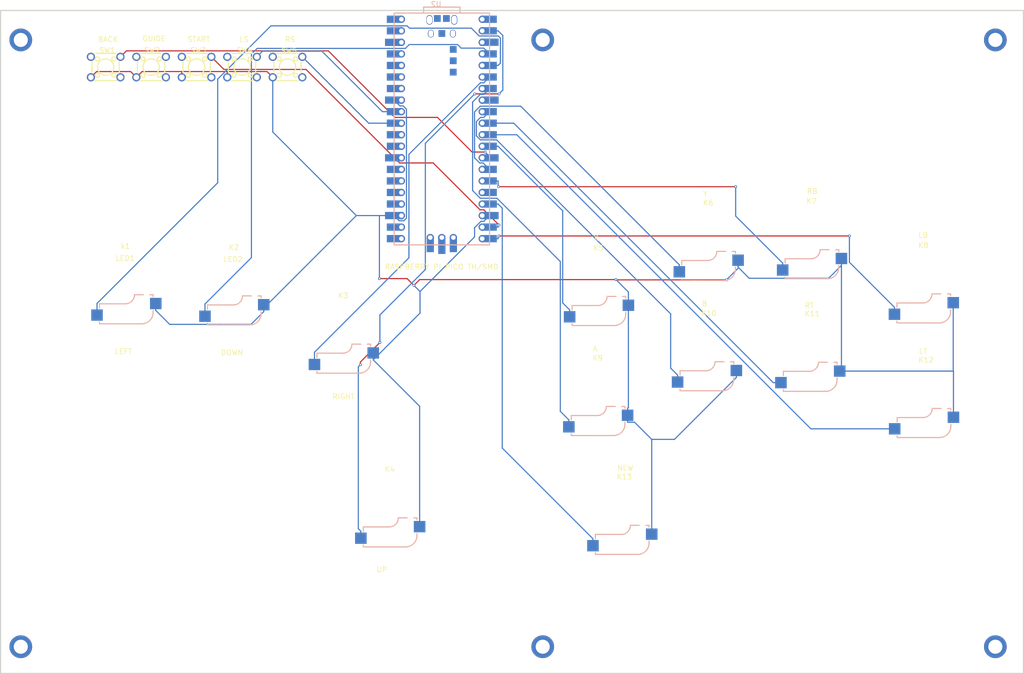
<source format=kicad_pcb>
(kicad_pcb (version 20171130) (host pcbnew "(5.1.5)-3") (page "A4") (layers (0 "F.Cu" signal) (31 "B.Cu" signal) (32 "B.Adhes" user) (33 "F.Adhes" user) (34 "B.Paste" user) (35 "F.Paste" user) (36 "B.SilkS" user) (37 "F.SilkS" user) (38 "B.Mask" user) (39 "F.Mask" user) (40 "Dwgs.User" user) (41 "Cmts.User" user) (42 "Eco1.User" user) (43 "Eco2.User" user) (44 "Edge.Cuts" user) (45 "Margin" user) (46 "B.CrtYd" user) (47 "F.CrtYd" user) (48 "B.Fab" user hide) (49 "F.Fab" user hide)) (net 0 "") (net 1 "A") (net 2 "B") (net 3 "DOWN") (net 4 "GND") (net 5 "LB") (net 6 "LEFT") (net 7 "LS") (net 8 "LT") (net 9 "NEW") (net 10 "RB") (net 11 "RIGHT") (net 12 "RS") (net 13 "RT") (net 14 "SELECT") (net 15 "START") (net 16 "UP") (net 17 "X") (net 18 "Y") (gr_line (start 5.08 108.712) (end 5.08 87.884) (width 0.254) (layer "Edge.Cuts")) (gr_line (start 5.08 87.884) (end 230.081 87.884) (width 0.254) (layer "Edge.Cuts")) (gr_line (start 230.081 87.884) (end 230.081 233.713) (width 0.254) (layer "Edge.Cuts")) (gr_line (start 230.081 233.713) (end 5.08 233.713) (width 0.254) (layer "Edge.Cuts")) (gr_line (start 5.08 233.713) (end 5.08 108.712) (width 0.254) (layer "Edge.Cuts")) (gr_text k1 (at 31.421 139.742 0) (layer "F.SilkS") (effects (font (size 1.143 1.143) (thickness 0.152)) (justify left))) (gr_text "LED1" (at 30.278 142.369 0) (layer "F.SilkS") (effects (font (size 1.143 1.143) (thickness 0.152)) (justify left))) (gr_text "LED2" (at 54.027 142.623 0) (layer "F.SilkS") (effects (font (size 1.143 1.143) (thickness 0.152)) (justify left))) (gr_text "LEFT" (at 30.103 162.886 0) (layer "F.SilkS") (effects (font (size 1.143 1.143) (thickness 0.152)) (justify left))) (gr_text "DOWN" (at 53.471 163.14 0) (layer "F.SilkS") (effects (font (size 1.143 1.143) (thickness 0.152)) (justify left))) (gr_text "RIGHT" (at 77.982 172.792 0) (layer "F.SilkS") (effects (font (size 1.143 1.143) (thickness 0.152)) (justify left))) (gr_text "UP" (at 87.678 210.876 0) (layer "F.SilkS") (effects (font (size 1.143 1.143) (thickness 0.152)) (justify left))) (gr_text "BACK" (at 26.42 94.234 0) (layer "F.SilkS") (effects (font (size 1.143 1.143) (thickness 0.152)) (justify left))) (gr_text "GUIDE" (at 36.199 94.107 0) (layer "F.SilkS") (effects (font (size 1.143 1.143) (thickness 0.152)) (justify left))) (gr_text "START" (at 46.105 94.234 0) (layer "F.SilkS") (effects (font (size 1.143 1.143) (thickness 0.152)) (justify left))) (gr_text "LS" (at 57.535 94.234 0) (layer "F.SilkS") (effects (font (size 1.143 1.143) (thickness 0.152)) (justify left))) (gr_text "RS" (at 67.568 94.234 0) (layer "F.SilkS") (effects (font (size 1.143 1.143) (thickness 0.152)) (justify left))) (gr_text "X" (at 135.382 137.922 0) (layer "F.SilkS") (effects (font (size 1.143 1.143) (thickness 0.152)) (justify left))) (gr_text "Y" (at 159.512 128.143 0) (layer "F.SilkS") (effects (font (size 1.143 1.143) (thickness 0.152)) (justify left))) (gr_text "RB" (at 182.372 127.635 0) (layer "F.SilkS") (effects (font (size 1.143 1.143) (thickness 0.152)) (justify left))) (gr_text "LB" (at 206.883 137.287 0) (layer "F.SilkS") (effects (font (size 1.143 1.143) (thickness 0.152)) (justify left))) (gr_text "A" (at 135.255 162.306 0) (layer "F.SilkS") (effects (font (size 1.143 1.143) (thickness 0.152)) (justify left))) (gr_text "B" (at 159.258 152.4 0) (layer "F.SilkS") (effects (font (size 1.143 1.143) (thickness 0.152)) (justify left))) (gr_text "RT" (at 181.864 152.781 0) (layer "F.SilkS") (effects (font (size 1.143 1.143) (thickness 0.152)) (justify left))) (gr_text "LT" (at 207.01 162.814 0) (layer "F.SilkS") (effects (font (size 1.143 1.143) (thickness 0.152)) (justify left))) (gr_text "RASPBERRY PI PICO TH/SMD" (at 89.535 144.272 0) (layer "F.SilkS") (effects (font (size 1.143 1.143) (thickness 0.152)) (justify left))) (gr_text "NEW" (at 140.637 188.524 0) (layer "F.SilkS") (effects (font (size 1.143 1.143) (thickness 0.152)) (justify left))) (segment (start 31.448 98.08) (end 32.76 96.767) (width 0.254) (layer "F.Cu") (net 14)) (segment (start 32.76 96.767) (end 77.166 96.767) (width 0.254) (layer "F.Cu") (net 14)) (segment (start 77.166 96.767) (end 91.805 111.406) (width 0.254) (layer "F.Cu") (net 14)) (segment (start 91.805 111.406) (end 101.182 111.406) (width 0.254) (layer "F.Cu") (net 14)) (segment (start 101.182 111.406) (end 108.802 119.026) (width 0.254) (layer "F.Cu") (net 14)) (segment (start 108.802 119.026) (end 111.659 119.026) (width 0.254) (layer "F.Cu") (net 14)) (segment (start 34.948 102.58) (end 33.685 101.317) (width 0.254) (layer "F.Cu") (net 4)) (segment (start 33.685 101.317) (end 26.211 101.317) (width 0.254) (layer "F.Cu") (net 4)) (segment (start 26.211 101.317) (end 24.948 102.58) (width 0.254) (layer "F.Cu") (net 4)) (segment (start 44.948 101.314) (end 36.214 101.314) (width 0.254) (layer "F.Cu") (net 4)) (segment (start 36.214 101.314) (end 34.948 102.58) (width 0.254) (layer "F.Cu") (net 4)) (segment (start 54.948 101.314) (end 44.948 101.314) (width 0.254) (layer "F.Cu") (net 4)) (segment (start 44.948 101.314) (end 44.948 102.58) (width 0.254) (layer "F.Cu") (net 4)) (segment (start 140.439 147.077) (end 140.502 147.14) (width 0.254) (layer "F.Cu") (net 4)) (segment (start 140.502 147.14) (end 164.757 147.14) (width 0.254) (layer "F.Cu") (net 4)) (segment (start 95.998 148.349) (end 97.269 147.077) (width 0.254) (layer "F.Cu") (net 4)) (segment (start 97.269 147.077) (end 140.439 147.077) (width 0.254) (layer "F.Cu") (net 4)) (segment (start 88.414 146.859) (end 94.508 146.859) (width 0.254) (layer "F.Cu") (net 4)) (segment (start 94.508 146.859) (end 95.998 148.349) (width 0.254) (layer "F.Cu") (net 4)) (segment (start 64.949 102.58) (end 63.683 101.314) (width 0.254) (layer "F.Cu") (net 4)) (segment (start 63.683 101.314) (end 54.948 101.314) (width 0.254) (layer "F.Cu") (net 4)) (segment (start 54.948 101.314) (end 54.948 102.58) (width 0.254) (layer "F.Cu") (net 4)) (segment (start 51.448 98.08) (end 54.221 100.853) (width 0.254) (layer "F.Cu") (net 15)) (segment (start 54.221 100.853) (end 72.278 100.853) (width 0.254) (layer "F.Cu") (net 15)) (segment (start 72.278 100.853) (end 92.847 121.422) (width 0.254) (layer "F.Cu") (net 15)) (segment (start 92.847 121.422) (end 100.24 121.422) (width 0.254) (layer "F.Cu") (net 15)) (segment (start 100.24 121.422) (end 110.544 131.726) (width 0.254) (layer "F.Cu") (net 15)) (segment (start 110.544 131.726) (end 111.364 131.726) (width 0.254) (layer "F.Cu") (net 15)) (segment (start 111.364 131.726) (end 114.711 135.073) (width 0.254) (layer "F.Cu") (net 15)) (segment (start 166.774 126.646) (end 114.628 126.646) (width 0.254) (layer "F.Cu") (net 10)) (segment (start 191.799 137.484) (end 114.706 137.484) (width 0.254) (layer "F.Cu") (net 5)) (segment (start 109.391 106.224) (end 114.725 106.224) (width 0.254) (layer "F.Cu") (net 16)) (segment (start 88.519 160.909) (end 84.229 165.199) (width 0.254) (layer "F.Cu") (net 16)) (segment (start 84.229 165.199) (end 84.229 165.803) (width 0.254) (layer "F.Cu") (net 16)) (segment (start 111.659 119.026) (end 112.639 120.006) (width 0.254) (layer "B.Cu") (net 14)) (segment (start 112.639 120.006) (end 112.639 120.296) (width 0.254) (layer "B.Cu") (net 14)) (segment (start 88.414 132.996) (end 91.639 132.996) (width 0.254) (layer "B.Cu") (net 4)) (segment (start 83.337 132.996) (end 88.414 132.996) (width 0.254) (layer "B.Cu") (net 4)) (segment (start 88.414 132.996) (end 88.414 146.859) (width 0.254) (layer "B.Cu") (net 4)) (segment (start 167.311 144.348) (end 167.311 144.585) (width 0.254) (layer "B.Cu") (net 4)) (segment (start 167.311 144.585) (end 164.757 147.14) (width 0.254) (layer "B.Cu") (net 4)) (segment (start 190.044 167.203) (end 189.663 167.203) (width 0.254) (layer "B.Cu") (net 4)) (segment (start 140.439 147.077) (end 143.181 149.819) (width 0.254) (layer "B.Cu") (net 4)) (segment (start 143.181 149.819) (end 143.181 152.725) (width 0.254) (layer "B.Cu") (net 4)) (segment (start 97.346 149.696) (end 97.346 149.697) (width 0.254) (layer "B.Cu") (net 4)) (segment (start 97.346 149.697) (end 97.346 154.446) (width 0.254) (layer "B.Cu") (net 4)) (segment (start 97.346 154.446) (end 87.051 164.74) (width 0.254) (layer "B.Cu") (net 4)) (segment (start 95.998 148.349) (end 97.346 149.696) (width 0.254) (layer "B.Cu") (net 4)) (segment (start 97.346 149.696) (end 109.34 137.702) (width 0.254) (layer "B.Cu") (net 4)) (segment (start 109.34 137.702) (end 109.34 135.67) (width 0.254) (layer "B.Cu") (net 4)) (segment (start 109.34 135.67) (end 110.745 134.266) (width 0.254) (layer "B.Cu") (net 4)) (segment (start 110.745 134.266) (end 111.369 134.266) (width 0.254) (layer "B.Cu") (net 4)) (segment (start 111.369 134.266) (end 112.639 132.996) (width 0.254) (layer "B.Cu") (net 4)) (segment (start 91.639 107.596) (end 92.909 108.866) (width 0.254) (layer "B.Cu") (net 4)) (segment (start 92.909 108.866) (end 93.62 108.866) (width 0.254) (layer "B.Cu") (net 4)) (segment (start 93.62 108.866) (end 94.364 109.61) (width 0.254) (layer "B.Cu") (net 4)) (segment (start 94.364 109.61) (end 94.364 133.576) (width 0.254) (layer "B.Cu") (net 4)) (segment (start 94.364 133.576) (end 93.807 134.134) (width 0.254) (layer "B.Cu") (net 4)) (segment (start 93.807 134.134) (end 92.777 134.134) (width 0.254) (layer "B.Cu") (net 4)) (segment (start 92.777 134.134) (end 91.639 132.996) (width 0.254) (layer "B.Cu") (net 4)) (segment (start 167.311 144.348) (end 169.757 146.794) (width 0.254) (layer "B.Cu") (net 4)) (segment (start 169.757 146.794) (end 187.217 146.794) (width 0.254) (layer "B.Cu") (net 4)) (segment (start 187.217 146.794) (end 190.044 143.967) (width 0.254) (layer "B.Cu") (net 4)) (segment (start 166.93 167.84) (end 166.93 167.076) (width 0.254) (layer "B.Cu") (net 4)) (segment (start 166.93 167.84) (end 166.93 168.605) (width 0.254) (layer "B.Cu") (net 4)) (segment (start 64.949 102.58) (end 64.949 114.608) (width 0.254) (layer "B.Cu") (net 4)) (segment (start 64.949 114.608) (end 83.337 132.996) (width 0.254) (layer "B.Cu") (net 4)) (segment (start 62.969 153.364) (end 62.969 154.128) (width 0.254) (layer "B.Cu") (net 4)) (segment (start 62.969 152.599) (end 62.969 153.364) (width 0.254) (layer "B.Cu") (net 4)) (segment (start 39.22 152.345) (end 39.22 153.874) (width 0.254) (layer "B.Cu") (net 4)) (segment (start 62.969 154.128) (end 60.167 156.931) (width 0.254) (layer "B.Cu") (net 4)) (segment (start 60.167 156.931) (end 42.277 156.931) (width 0.254) (layer "B.Cu") (net 4)) (segment (start 42.277 156.931) (end 39.22 153.874) (width 0.254) (layer "B.Cu") (net 4)) (segment (start 87.051 164.74) (end 97.255 174.944) (width 0.254) (layer "B.Cu") (net 4)) (segment (start 97.255 174.944) (end 97.255 201.422) (width 0.254) (layer "B.Cu") (net 4)) (segment (start 87.051 163.211) (end 87.051 164.74) (width 0.254) (layer "B.Cu") (net 4)) (segment (start 143.006 176.926) (end 143.006 175.397) (width 0.254) (layer "B.Cu") (net 4)) (segment (start 143.181 152.725) (end 143.181 175.222) (width 0.254) (layer "B.Cu") (net 4)) (segment (start 143.181 175.222) (end 143.006 175.397) (width 0.254) (layer "B.Cu") (net 4)) (segment (start 143.006 176.926) (end 143.006 178.455) (width 0.254) (layer "B.Cu") (net 4)) (segment (start 148.309 182.229) (end 148.309 203.073) (width 0.254) (layer "B.Cu") (net 4)) (segment (start 143.006 178.455) (end 144.535 178.455) (width 0.254) (layer "B.Cu") (net 4)) (segment (start 144.535 178.455) (end 148.309 182.229) (width 0.254) (layer "B.Cu") (net 4)) (segment (start 166.93 168.605) (end 153.306 182.229) (width 0.254) (layer "B.Cu") (net 4)) (segment (start 153.306 182.229) (end 148.309 182.229) (width 0.254) (layer "B.Cu") (net 4)) (segment (start 167.311 142.819) (end 167.311 144.348) (width 0.254) (layer "B.Cu") (net 4)) (segment (start 190.044 167.203) (end 190.044 143.967) (width 0.254) (layer "B.Cu") (net 4)) (segment (start 214.634 167.203) (end 190.044 167.203) (width 0.254) (layer "B.Cu") (net 4)) (segment (start 190.044 142.438) (end 190.044 143.967) (width 0.254) (layer "B.Cu") (net 4)) (segment (start 214.682 177.363) (end 214.682 167.251) (width 0.254) (layer "B.Cu") (net 4)) (segment (start 214.682 167.251) (end 214.634 167.203) (width 0.254) (layer "B.Cu") (net 4)) (segment (start 214.634 167.203) (end 214.634 153.69) (width 0.254) (layer "B.Cu") (net 4)) (segment (start 214.634 152.161) (end 214.634 153.69) (width 0.254) (layer "B.Cu") (net 4)) (segment (start 114.518 135.536) (end 114.518 135.266) (width 0.254) (layer "B.Cu") (net 15)) (segment (start 114.518 135.266) (end 114.711 135.073) (width 0.254) (layer "B.Cu") (net 15)) (segment (start 112.639 135.536) (end 114.518 135.536) (width 0.254) (layer "B.Cu") (net 15)) (segment (start 154.384 145.359) (end 154.384 143.83) (width 0.254) (layer "B.Cu") (net 18)) (segment (start 114.518 125.376) (end 114.518 126.536) (width 0.254) (layer "B.Cu") (net 10)) (segment (start 114.518 126.536) (end 114.628 126.646) (width 0.254) (layer "B.Cu") (net 10)) (segment (start 112.639 125.376) (end 114.518 125.376) (width 0.254) (layer "B.Cu") (net 10)) (segment (start 177.117 144.978) (end 177.117 143.449) (width 0.254) (layer "B.Cu") (net 10)) (segment (start 177.117 143.449) (end 166.774 133.105) (width 0.254) (layer "B.Cu") (net 10)) (segment (start 166.774 133.105) (end 166.774 126.646) (width 0.254) (layer "B.Cu") (net 10)) (segment (start 112.639 138.076) (end 114.518 138.076) (width 0.254) (layer "B.Cu") (net 5)) (segment (start 114.518 138.076) (end 114.518 137.672) (width 0.254) (layer "B.Cu") (net 5)) (segment (start 114.518 137.672) (end 114.706 137.484) (width 0.254) (layer "B.Cu") (net 5)) (segment (start 201.707 154.701) (end 201.707 153.172) (width 0.254) (layer "B.Cu") (net 5)) (segment (start 201.707 153.172) (end 191.799 143.264) (width 0.254) (layer "B.Cu") (net 5)) (segment (start 191.799 143.264) (end 191.799 137.484) (width 0.254) (layer "B.Cu") (net 5)) (segment (start 112.639 99.976) (end 114.518 99.976) (width 0.254) (layer "B.Cu") (net 6)) (segment (start 26.293 154.885) (end 26.293 152.327) (width 0.254) (layer "B.Cu") (net 6)) (segment (start 26.293 152.327) (end 52.84 125.78) (width 0.254) (layer "B.Cu") (net 6)) (segment (start 52.84 125.78) (end 52.84 102.975) (width 0.254) (layer "B.Cu") (net 6)) (segment (start 52.84 102.975) (end 64.55 91.264) (width 0.254) (layer "B.Cu") (net 6)) (segment (start 64.55 91.264) (end 94.509 91.264) (width 0.254) (layer "B.Cu") (net 6)) (segment (start 94.509 91.264) (end 95.021 91.777) (width 0.254) (layer "B.Cu") (net 6)) (segment (start 95.021 91.777) (end 108.64 91.777) (width 0.254) (layer "B.Cu") (net 6)) (segment (start 108.64 91.777) (end 110.355 93.491) (width 0.254) (layer "B.Cu") (net 6)) (segment (start 110.355 93.491) (end 114.573 93.491) (width 0.254) (layer "B.Cu") (net 6)) (segment (start 114.573 93.491) (end 115.029 93.947) (width 0.254) (layer "B.Cu") (net 6)) (segment (start 115.029 93.947) (end 115.029 99.465) (width 0.254) (layer "B.Cu") (net 6)) (segment (start 115.029 99.465) (end 114.518 99.976) (width 0.254) (layer "B.Cu") (net 6)) (segment (start 201.755 179.903) (end 183.316 179.903) (width 0.254) (layer "B.Cu") (net 8)) (segment (start 183.316 179.903) (end 118.629 115.216) (width 0.254) (layer "B.Cu") (net 8)) (segment (start 118.629 115.216) (end 112.639 115.216) (width 0.254) (layer "B.Cu") (net 8)) (segment (start 154.003 169.616) (end 154.003 168.087) (width 0.254) (layer "B.Cu") (net 2)) (segment (start 112.639 110.136) (end 111.369 111.406) (width 0.254) (layer "B.Cu") (net 2)) (segment (start 111.369 111.406) (end 110.658 111.406) (width 0.254) (layer "B.Cu") (net 2)) (segment (start 110.658 111.406) (end 109.746 112.319) (width 0.254) (layer "B.Cu") (net 2)) (segment (start 109.746 112.319) (end 109.746 115.461) (width 0.254) (layer "B.Cu") (net 2)) (segment (start 109.746 115.461) (end 110.627 116.342) (width 0.254) (layer "B.Cu") (net 2)) (segment (start 110.627 116.342) (end 114.194 116.342) (width 0.254) (layer "B.Cu") (net 2)) (segment (start 114.194 116.342) (end 152.474 154.621) (width 0.254) (layer "B.Cu") (net 2)) (segment (start 152.474 154.621) (end 152.474 166.558) (width 0.254) (layer "B.Cu") (net 2)) (segment (start 152.474 166.558) (end 154.003 168.087) (width 0.254) (layer "B.Cu") (net 2)) (segment (start 130.079 179.466) (end 130.079 177.937) (width 0.254) (layer "B.Cu") (net 1)) (segment (start 130.254 155.265) (end 130.254 153.736) (width 0.254) (layer "B.Cu") (net 17)) (segment (start 112.639 117.756) (end 114.518 117.756) (width 0.254) (layer "B.Cu") (net 17)) (segment (start 84.328 203.962) (end 84.328 202.433) (width 0.254) (layer "B.Cu") (net 16)) (segment (start 112.639 92.356) (end 114.518 92.356) (width 0.254) (layer "B.Cu") (net 16)) (segment (start 114.518 92.356) (end 115.551 93.389) (width 0.254) (layer "B.Cu") (net 16)) (segment (start 115.551 93.389) (end 115.551 105.398) (width 0.254) (layer "B.Cu") (net 16)) (segment (start 115.551 105.398) (end 114.725 106.224) (width 0.254) (layer "B.Cu") (net 16)) (segment (start 109.391 106.224) (end 98.518 117.098) (width 0.254) (layer "B.Cu") (net 16)) (segment (start 98.518 117.098) (end 98.518 144.86) (width 0.254) (layer "B.Cu") (net 16)) (segment (start 98.518 144.86) (end 88.519 154.859) (width 0.254) (layer "B.Cu") (net 16)) (segment (start 88.519 154.859) (end 88.519 160.909) (width 0.254) (layer "B.Cu") (net 16)) (segment (start 91.639 112.676) (end 86.045 112.676) (width 0.254) (layer "B.Cu") (net 12)) (segment (start 86.045 112.676) (end 71.449 98.08) (width 0.254) (layer "B.Cu") (net 12)) (segment (start 61.448 98.08) (end 62.697 96.831) (width 0.254) (layer "B.Cu") (net 7)) (segment (start 62.697 96.831) (end 75.756 96.831) (width 0.254) (layer "B.Cu") (net 7)) (segment (start 75.756 96.831) (end 89.061 110.136) (width 0.254) (layer "B.Cu") (net 7)) (segment (start 89.061 110.136) (end 91.639 110.136) (width 0.254) (layer "B.Cu") (net 7)) (segment (start 112.639 112.676) (end 117.967 112.676) (width 0.254) (layer "B.Cu") (net 13)) (segment (start 117.967 112.676) (end 175.034 169.743) (width 0.254) (layer "B.Cu") (net 13)) (segment (start 175.034 169.743) (end 176.736 169.743) (width 0.254) (layer "B.Cu") (net 13)) (segment (start 135.382 205.613) (end 135.382 204.084) (width 0.254) (layer "B.Cu") (net 9)) (segment (start 112.639 130.456) (end 114.518 130.456) (width 0.254) (layer "B.Cu") (net 9)) (segment (start 112.639 97.436) (end 111.369 96.166) (width 0.254) (layer "B.Cu") (net 3)) (segment (start 111.369 96.166) (end 106.394 96.166) (width 0.254) (layer "B.Cu") (net 3)) (segment (start 106.394 96.166) (end 105.602 95.374) (width 0.254) (layer "B.Cu") (net 3)) (segment (start 105.602 95.374) (end 94.975 95.374) (width 0.254) (layer "B.Cu") (net 3)) (segment (start 94.975 95.374) (end 94.12 96.229) (width 0.254) (layer "B.Cu") (net 3)) (segment (start 94.12 96.229) (end 61.519 96.229) (width 0.254) (layer "B.Cu") (net 3)) (segment (start 61.519 96.229) (end 60.262 97.487) (width 0.254) (layer "B.Cu") (net 3)) (segment (start 60.262 97.487) (end 60.262 142.237) (width 0.254) (layer "B.Cu") (net 3)) (segment (start 60.262 142.237) (end 50.042 152.456) (width 0.254) (layer "B.Cu") (net 3)) (segment (start 50.042 152.456) (end 50.042 155.139) (width 0.254) (layer "B.Cu") (net 3)) (segment (start 112.639 102.516) (end 111.369 103.786) (width 0.254) (layer "B.Cu") (net 11)) (segment (start 111.369 103.786) (end 110.636 103.786) (width 0.254) (layer "B.Cu") (net 11)) (segment (start 110.636 103.786) (end 94.904 119.518) (width 0.254) (layer "B.Cu") (net 11)) (segment (start 94.904 119.518) (end 94.904 142.289) (width 0.254) (layer "B.Cu") (net 11)) (segment (start 94.904 142.289) (end 74.124 163.068) (width 0.254) (layer "B.Cu") (net 11)) (segment (start 74.124 163.068) (end 74.124 165.751) (width 0.254) (layer "B.Cu") (net 11)) (segment (start 84.229 165.803) (end 83.775 166.257) (width 0.254) (layer "B.Cu") (net 16)) (segment (start 83.775 166.257) (end 83.775 201.879) (width 0.254) (layer "B.Cu") (net 16)) (segment (start 83.775 201.879) (end 84.328 202.433) (width 0.254) (layer "B.Cu") (net 16)) (segment (start 135.382 204.084) (end 115.436 184.138) (width 0.254) (layer "B.Cu") (net 9)) (segment (start 115.436 184.138) (end 115.436 131.374) (width 0.254) (layer "B.Cu") (net 9)) (segment (start 115.436 131.374) (end 114.518 130.456) (width 0.254) (layer "B.Cu") (net 9)) (segment (start 112.639 105.056) (end 111.353 106.342) (width 0.254) (layer "B.Cu") (net 1)) (segment (start 111.353 106.342) (end 110.588 106.342) (width 0.254) (layer "B.Cu") (net 1)) (segment (start 110.588 106.342) (end 108.907 108.023) (width 0.254) (layer "B.Cu") (net 1)) (segment (start 108.907 108.023) (end 108.907 127.488) (width 0.254) (layer "B.Cu") (net 1)) (segment (start 108.907 127.488) (end 110.605 129.186) (width 0.254) (layer "B.Cu") (net 1)) (segment (start 110.605 129.186) (end 114.282 129.186) (width 0.254) (layer "B.Cu") (net 1)) (segment (start 114.282 129.186) (end 128.205 143.109) (width 0.254) (layer "B.Cu") (net 1)) (segment (start 128.205 143.109) (end 128.205 176.063) (width 0.254) (layer "B.Cu") (net 1)) (segment (start 128.205 176.063) (end 130.079 177.937) (width 0.254) (layer "B.Cu") (net 1)) (segment (start 114.518 117.756) (end 128.725 131.963) (width 0.254) (layer "B.Cu") (net 17)) (segment (start 128.725 131.963) (end 128.725 152.207) (width 0.254) (layer "B.Cu") (net 17)) (segment (start 128.725 152.207) (end 130.254 153.736) (width 0.254) (layer "B.Cu") (net 17)) (segment (start 154.384 143.83) (end 119.491 108.937) (width 0.254) (layer "B.Cu") (net 18)) (segment (start 119.491 108.937) (end 110.592 108.937) (width 0.254) (layer "B.Cu") (net 18)) (segment (start 110.592 108.937) (end 109.333 110.196) (width 0.254) (layer "B.Cu") (net 18)) (segment (start 109.333 110.196) (end 109.333 120.297) (width 0.254) (layer "B.Cu") (net 18)) (segment (start 109.333 120.297) (end 110.459 121.422) (width 0.254) (layer "B.Cu") (net 18)) (segment (start 110.459 121.422) (end 111.225 121.422) (width 0.254) (layer "B.Cu") (net 18)) (segment (start 111.225 121.422) (end 112.639 122.836) (width 0.254) (layer "B.Cu") (net 18)) (segment (start 62.969 153.364) (end 83.337 132.996) (width 0.254) (layer "B.Cu") (net 4)) (module "easyeda:RASPBERRY PI PICO TH/SMD" (layer "F.Cu") (at 112.649 139.446) (attr smd) (fp_text value "RASPBERRY PI PICO TH/SMD" (at -10.51 -54.71 0) (layer "B.Fab") hide (effects (font (size 1.143 1.143) (thickness 0.152)) (justify left mirror))) (fp_text reference "U2" (at -10.51 -52.932 0) (layer "B.SilkS") (effects (font (size 1.143 1.143) (thickness 0.152)) (justify left mirror))) (fp_line (start -14.51 -51) (end -21.01 -51) (width 0.254) (layer "B.SilkS")) (fp_line (start -14.51 -51) (end -6.51 -51) (width 0.254) (layer "B.SilkS")) (fp_line (start -6.51 -51) (end -0.01 -51) (width 0.254) (layer "B.SilkS")) (fp_line (start -14.51 -52.3) (end -6.51 -52.3) (width 0.254) (layer "B.SilkS")) (fp_line (start -14.51 -51) (end -14.51 -52.3) (width 0.254) (layer "B.SilkS")) (fp_line (start -6.51 -52.3) (end -6.51 -51) (width 0.254) (layer "B.SilkS")) (fp_line (start -0.01 0) (end -21.01 0) (width 0.254) (layer "B.SilkS")) (fp_line (start -0.01 -51) (end -0.01 0) (width 0.254) (layer "B.SilkS")) (fp_line (start -21.01 -51) (end -21.01 0) (width 0.254) (layer "B.SilkS")) (pad 2 smd rect (at -0.01 -47.09 0) (size 3.2 1.6) (layers "B.Cu" "B.Paste" "B.Mask") (net 16 "UP")) (pad 1 smd rect (at -0.01 -49.63 0) (size 3.2 1.6) (layers "B.Cu" "B.Paste" "B.Mask")) (pad 20 smd rect (at -0.01 -1.37 0) (size 3.2 1.6) (layers "B.Cu" "B.Paste" "B.Mask") (net 5 "LB")) (pad 3 smd rect (at -0.01 -44.577 0) (size 4 1.6) (layers "B.Cu" "B.Paste" "B.Mask")) (pad 4 smd rect (at -0.01 -42.01 0) (size 3.2 1.6) (layers "B.Cu" "B.Paste" "B.Mask") (net 3 "DOWN")) (pad 5 smd rect (at -0.01 -39.47 0) (size 3.2 1.6) (layers "B.Cu" "B.Paste" "B.Mask") (net 6 "LEFT")) (pad 6 smd rect (at -0.01 -36.93 0) (size 3.2 1.6) (layers "B.Cu" "B.Paste" "B.Mask") (net 11 "RIGHT")) (pad 7 smd rect (at -0.01 -34.39 0) (size 3.2 1.6) (layers "B.Cu" "B.Paste" "B.Mask") (net 1 "A")) (pad 8 smd rect (at -0.01 -31.85 0) (size 4 1.6) (layers "B.Cu" "B.Paste" "B.Mask")) (pad 9 smd rect (at -0.01 -29.31 0) (size 3.2 1.6) (layers "B.Cu" "B.Paste" "B.Mask") (net 2 "B")) (pad 10 smd rect (at -0.01 -26.77 0) (size 3.2 1.6) (layers "B.Cu" "B.Paste" "B.Mask") (net 13 "RT")) (pad 11 smd rect (at -0.01 -24.23 0) (size 3.2 1.6) (layers "B.Cu" "B.Paste" "B.Mask") (net 8 "LT")) (pad 12 smd rect (at -0.01 -21.69 0) (size 3.2 1.6) (layers "B.Cu" "B.Paste" "B.Mask") (net 17 "X")) (pad 13 smd rect (at -0.01 -19.15 0) (size 4 1.6) (layers "B.Cu" "B.Paste" "B.Mask") (net 14 "SELECT")) (pad 14 smd rect (at -0.01 -16.61 0) (size 3.2 1.6) (layers "B.Cu" "B.Paste" "B.Mask") (net 18 "Y")) (pad 15 smd rect (at -0.01 -14.07 0) (size 3.2 1.6) (layers "B.Cu" "B.Paste" "B.Mask") (net 10 "RB")) (pad 16 smd rect (at -0.01 -11.53 0) (size 3.2 1.6) (layers "B.Cu" "B.Paste" "B.Mask")) (pad 17 smd rect (at -0.01 -8.99 0) (size 3.2 1.6) (layers "B.Cu" "B.Paste" "B.Mask") (net 9 "NEW")) (pad 18 smd rect (at -0.01 -6.45 0) (size 4 1.6) (layers "B.Cu" "B.Paste" "B.Mask") (net 4 "GND")) (pad 19 smd rect (at -0.01 -3.91 0) (size 3.2 1.6) (layers "B.Cu" "B.Paste" "B.Mask") (net 15 "START")) (pad 22 smd rect (at -21.01 -3.91 0) (size 3.2 1.6) (layers "B.Cu" "B.Paste" "B.Mask")) (pad 23 smd rect (at -21.01 -6.45 0) (size 4 1.6) (layers "B.Cu" "B.Paste" "B.Mask") (net 4 "GND")) (pad 24 smd rect (at -21.01 -8.99 0) (size 3.2 1.6) (layers "B.Cu" "B.Paste" "B.Mask")) (pad 25 smd rect (at -21.01 -11.53 0) (size 3.2 1.6) (layers "B.Cu" "B.Paste" "B.Mask")) (pad 26 smd rect (at -21.01 -14.07 0) (size 3.2 1.6) (layers "B.Cu" "B.Paste" "B.Mask")) (pad 27 smd rect (at -21.01 -16.61 0) (size 3.2 1.6) (layers "B.Cu" "B.Paste" "B.Mask")) (pad 28 smd rect (at -21.01 -19.15 0) (size 4 1.6) (layers "B.Cu" "B.Paste" "B.Mask")) (pad 29 smd rect (at -21.01 -21.69 0) (size 3.2 1.6) (layers "B.Cu" "B.Paste" "B.Mask")) (pad 30 smd rect (at -21.01 -24.23 0) (size 3.2 1.6) (layers "B.Cu" "B.Paste" "B.Mask")) (pad 31 smd rect (at -21.01 -26.77 0) (size 3.2 1.6) (layers "B.Cu" "B.Paste" "B.Mask") (net 12 "RS")) (pad 32 smd rect (at -21.01 -29.31 0) (size 3.2 1.6) (layers "B.Cu" "B.Paste" "B.Mask") (net 7 "LS")) (pad 33 smd rect (at -21.01 -31.85 0) (size 4 1.6) (layers "B.Cu" "B.Paste" "B.Mask") (net 4 "GND")) (pad 34 smd rect (at -21.01 -34.39 0) (size 3.2 1.6) (layers "B.Cu" "B.Paste" "B.Mask")) (pad 35 smd rect (at -21.01 -36.93 0) (size 3.2 1.6) (layers "B.Cu" "B.Paste" "B.Mask")) (pad 36 smd rect (at -21.01 -39.47 0) (size 3.2 1.6) (layers "B.Cu" "B.Paste" "B.Mask")) (pad 37 smd rect (at -21.01 -42.01 0) (size 3.2 1.6) (layers "B.Cu" "B.Paste" "B.Mask")) (pad 38 smd rect (at -21.01 -44.55 0) (size 4 1.6) (layers "B.Cu" "B.Paste" "B.Mask")) (pad 21 smd rect (at -21.01 -1.37 0) (size 3.2 1.6) (layers "B.Cu" "B.Paste" "B.Mask")) (pad 40 smd rect (at -21.01 -49.63 0) (size 3.2 1.6) (layers "B.Cu" "B.Paste" "B.Mask")) (pad 39 smd rect (at -21.01 -47.09 0) (size 3.2 1.6) (layers "B.Cu" "B.Paste" "B.Mask")) (pad 42 smd rect (at -10.51 0 -90) (size 4 1.6) (layers "B.Cu" "B.Paste" "B.Mask")) (pad 41 smd rect (at -7.97 0 -90) (size 3.2 1.6) (layers "B.Cu" "B.Paste" "B.Mask")) (pad 43 smd rect (at -13.05 0 90) (size 3.2 1.6) (layers "B.Cu" "B.Paste" "B.Mask")) (pad 46 smd rect (at -9.5 -49.8 0) (size 1.5 1.5) (layers "B.Cu" "B.Paste" "B.Mask")) (pad 45 smd rect (at -11.5 -49.8 0) (size 1.5 1.5) (layers "B.Cu" "B.Paste" "B.Mask")) (pad 44 smd rect (at -10.5 -46.5 0) (size 1.5 1.5) (layers "B.Cu" "B.Paste" "B.Mask")) (pad 47 smd rect (at -8 -43 0) (size 1.5 1.5) (layers "B.Cu" "B.Paste" "B.Mask")) (pad 48 smd rect (at -8 -40.5 0) (size 1.5 1.5) (layers "B.Cu" "B.Paste" "B.Mask")) (pad 49 smd rect (at -8 -38 0) (size 1.5 1.5) (layers "B.Cu" "B.Paste" "B.Mask")) (pad "" np_thru_hole circle (at -16.21 -2.23) (size 2.1 2.1) (drill 2.1) (layers "*.Cu" "*.Mask")) (pad "" np_thru_hole circle (at -4.81 -2.23) (size 2.1 2.1) (drill 2.1) (layers "*.Cu" "*.Mask")) (pad "" np_thru_hole circle (at -4.81 -49) (size 2.1 2.1) (drill 2.1) (layers "*.Cu" "*.Mask")) (pad "" np_thru_hole circle (at -16.21 -49) (size 2.1 2.1) (drill 2.1) (layers "*.Cu" "*.Mask")) (pad 2 thru_hole circle (at -1.62 -47.09 0) (size 1.6 1.6) (layers "*.Cu" "*.Paste" "*.Mask") (drill 1)) (pad 1 thru_hole circle (at -1.62 -49.63 0) (size 1.6 1.6) (layers "*.Cu" "*.Paste" "*.Mask") (drill 1)) (pad 20 thru_hole circle (at -1.62 -1.37 0) (size 1.6 1.6) (layers "*.Cu" "*.Paste" "*.Mask") (drill 1)) (pad 3 thru_hole circle (at -1.62 -44.55 0) (size 1.6 1.6) (layers "*.Cu" "*.Paste" "*.Mask") (drill 1)) (pad 4 thru_hole circle (at -1.62 -42.01 0) (size 1.6 1.6) (layers "*.Cu" "*.Paste" "*.Mask") (drill 1)) (pad 5 thru_hole circle (at -1.62 -39.47 0) (size 1.6 1.6) (layers "*.Cu" "*.Paste" "*.Mask") (drill 1)) (pad 6 thru_hole circle (at -1.62 -36.93 0) (size 1.6 1.6) (layers "*.Cu" "*.Paste" "*.Mask") (drill 1)) (pad 7 thru_hole circle (at -1.62 -34.39 0) (size 1.6 1.6) (layers "*.Cu" "*.Paste" "*.Mask") (drill 1)) (pad 8 thru_hole circle (at -1.62 -31.85 0) (size 1.6 1.6) (layers "*.Cu" "*.Paste" "*.Mask") (drill 1)) (pad 9 thru_hole circle (at -1.62 -29.31 0) (size 1.6 1.6) (layers "*.Cu" "*.Paste" "*.Mask") (drill 1)) (pad 10 thru_hole circle (at -1.62 -26.77 0) (size 1.6 1.6) (layers "*.Cu" "*.Paste" "*.Mask") (drill 1)) (pad 11 thru_hole circle (at -1.62 -24.23 0) (size 1.6 1.6) (layers "*.Cu" "*.Paste" "*.Mask") (drill 1)) (pad 12 thru_hole circle (at -1.62 -21.69 0) (size 1.6 1.6) (layers "*.Cu" "*.Paste" "*.Mask") (drill 1)) (pad 13 thru_hole circle (at -1.62 -19.15 0) (size 1.6 1.6) (layers "*.Cu" "*.Paste" "*.Mask") (drill 1)) (pad 14 thru_hole circle (at -1.62 -16.61 0) (size 1.6 1.6) (layers "*.Cu" "*.Paste" "*.Mask") (drill 1)) (pad 15 thru_hole circle (at -1.62 -14.07 0) (size 1.6 1.6) (layers "*.Cu" "*.Paste" "*.Mask") (drill 1)) (pad 16 thru_hole circle (at -1.62 -11.53 0) (size 1.6 1.6) (layers "*.Cu" "*.Paste" "*.Mask") (drill 1)) (pad 17 thru_hole circle (at -1.62 -8.99 0) (size 1.6 1.6) (layers "*.Cu" "*.Paste" "*.Mask") (drill 1)) (pad 18 thru_hole circle (at -1.62 -6.45 0) (size 1.6 1.6) (layers "*.Cu" "*.Paste" "*.Mask") (drill 1)) (pad 19 thru_hole circle (at -1.62 -3.91 0) (size 1.6 1.6) (layers "*.Cu" "*.Paste" "*.Mask") (drill 1)) (pad 40 thru_hole circle (at -19.4 -49.63 0) (size 1.6 1.6) (layers "*.Cu" "*.Paste" "*.Mask") (drill 1)) (pad 22 thru_hole circle (at -19.4 -3.91 0) (size 1.6 1.6) (layers "*.Cu" "*.Paste" "*.Mask") (drill 1)) (pad 23 thru_hole circle (at -19.4 -6.45 0) (size 1.6 1.6) (layers "*.Cu" "*.Paste" "*.Mask") (drill 1)) (pad 24 thru_hole circle (at -19.4 -8.99 0) (size 1.6 1.6) (layers "*.Cu" "*.Paste" "*.Mask") (drill 1)) (pad 25 thru_hole circle (at -19.4 -11.53 0) (size 1.6 1.6) (layers "*.Cu" "*.Paste" "*.Mask") (drill 1)) (pad 26 thru_hole circle (at -19.4 -14.07 0) (size 1.6 1.6) (layers "*.Cu" "*.Paste" "*.Mask") (drill 1)) (pad 27 thru_hole circle (at -19.4 -16.61 0) (size 1.6 1.6) (layers "*.Cu" "*.Paste" "*.Mask") (drill 1)) (pad 28 thru_hole circle (at -19.4 -19.15 0) (size 1.6 1.6) (layers "*.Cu" "*.Paste" "*.Mask") (drill 1)) (pad 29 thru_hole circle (at -19.4 -21.69 0) (size 1.6 1.6) (layers "*.Cu" "*.Paste" "*.Mask") (drill 1)) (pad 30 thru_hole circle (at -19.4 -24.23 0) (size 1.6 1.6) (layers "*.Cu" "*.Paste" "*.Mask") (drill 1)) (pad 31 thru_hole circle (at -19.4 -26.77 0) (size 1.6 1.6) (layers "*.Cu" "*.Paste" "*.Mask") (drill 1)) (pad 32 thru_hole circle (at -19.4 -29.31 0) (size 1.6 1.6) (layers "*.Cu" "*.Paste" "*.Mask") (drill 1)) (pad 33 thru_hole circle (at -19.4 -31.85 0) (size 1.6 1.6) (layers "*.Cu" "*.Paste" "*.Mask") (drill 1)) (pad 34 thru_hole circle (at -19.4 -34.39 0) (size 1.6 1.6) (layers "*.Cu" "*.Paste" "*.Mask") (drill 1)) (pad 35 thru_hole circle (at -19.4 -36.93 0) (size 1.6 1.6) (layers "*.Cu" "*.Paste" "*.Mask") (drill 1)) (pad 36 thru_hole circle (at -19.4 -39.47 0) (size 1.6 1.6) (layers "*.Cu" "*.Paste" "*.Mask") (drill 1)) (pad 37 thru_hole circle (at -19.4 -42.01 0) (size 1.6 1.6) (layers "*.Cu" "*.Paste" "*.Mask") (drill 1)) (pad 38 thru_hole circle (at -19.4 -44.55 0) (size 1.6 1.6) (layers "*.Cu" "*.Paste" "*.Mask") (drill 1)) (pad 21 thru_hole circle (at -19.4 -1.37 0) (size 1.6 1.6) (layers "*.Cu" "*.Paste" "*.Mask") (drill 1)) (pad 39 thru_hole circle (at -19.4 -47.09 0) (size 1.6 1.6) (layers "*.Cu" "*.Paste" "*.Mask") (drill 1)) (pad 42 thru_hole circle (at -10.51 -1.61 -90) (size 1.6 1.6) (layers "*.Cu" "*.Paste" "*.Mask") (drill 1)) (pad 41 thru_hole circle (at -7.97 -1.61 -90) (size 1.6 1.6) (layers "*.Cu" "*.Paste" "*.Mask") (drill 1)) (pad 43 thru_hole circle (at -13.05 -1.61 90) (size 1.6 1.6) (layers "*.Cu" "*.Paste" "*.Mask") (drill 1)) (pad 50 thru_hole oval (at -7.775 -49.5 180) (size 1.3 2.1) (layers "*.Cu" "*.Paste" "*.Mask") (drill oval 1.1 1.8)) (pad 50 thru_hole oval (at -13.225 -49.5 180) (size 1.3 2.1) (layers "*.Cu" "*.Paste" "*.Mask") (drill oval 1.1 1.8)) (pad 50 thru_hole oval (at -8.075 -46.47 180) (size 1.3 1.65) (layers "*.Cu" "*.Paste" "*.Mask") (drill oval 1.05 1.45)) (pad 50 thru_hole oval (at -12.925 -46.47 180) (size 1.3 1.65) (layers "*.Cu" "*.Paste" "*.Mask") (drill oval 1.05 1.45)) (fp_text user gge12808 (at 0 0) (layer "Cmts.User") (effects (font (size 1 1) (thickness 0.15))))) (module "easyeda:MXONLY-1U-HOTSWAP" (layer "F.Cu") (at 141.224 200.533 180) (attr smd) (fp_line (start 5 -7) (end 7 -7) (width 0.127) (layer "Cmts.User")) (fp_line (start 7 -7) (end 7 -5) (width 0.127) (layer "Cmts.User")) (fp_line (start -9.525 -9.525) (end 9.525 -9.525) (width 0.127) (layer "Cmts.User")) (fp_line (start 9.525 -9.525) (end 9.525 9.525) (width 0.127) (layer "Cmts.User")) (fp_line (start 9.525 9.525) (end -9.525 9.525) (width 0.127) (layer "Cmts.User")) (fp_line (start -9.525 9.525) (end -9.525 -9.525) (width 0.127) (layer "Cmts.User")) (fp_line (start -7 5) (end -7 7) (width 0.127) (layer "Cmts.User")) (fp_line (start -7 7) (end -5 7) (width 0.127) (layer "Cmts.User")) (fp_line (start 5 7) (end 7 7) (width 0.127) (layer "Cmts.User")) (fp_line (start 7 7) (end 7 5) (width 0.127) (layer "Cmts.User")) (fp_line (start -5 -7) (end -7 -7) (width 0.15) (layer "Cmts.User")) (fp_line (start -7 -7) (end -7 -5) (width 0.15) (layer "Cmts.User")) (pad 2 smd rect (at 5.842 -5.08 180) (size 2.55 2.5) (layers "B.Cu" "B.Paste" "B.Mask") (net 9 "NEW")) (pad 1 smd rect (at -7.085 -2.54 180) (size 2.55 2.5) (layers "B.Cu" "B.Paste" "B.Mask") (net 4 "GND")) (fp_text value "MXONLY-1U-HOTSWAP" (at 18.273 -12.901 0) (layer "F.Fab") hide (effects (font (size 1.143 1.143) (thickness 0.152)) (justify left))) (fp_text reference "K13" (at 0.714 10.064 0) (layer "F.SilkS") (effects (font (size 1.143 1.143) (thickness 0.152)) (justify left))) (fp_line (start -6.5 -0.6) (end -6.5 -1.016) (width 0.254) (layer "B.SilkS")) (fp_line (start -6.5 -0.6) (end -2.4 -0.6) (width 0.254) (layer "B.SilkS")) (fp_line (start -4 -7) (end 5.3 -7) (width 0.254) (layer "B.SilkS")) (fp_line (start 5.3 -2.6) (end -0.4 -2.6) (width 0.254) (layer "B.SilkS")) (fp_line (start -6.5 -4.5) (end -6.5 -4.064) (width 0.254) (layer "B.SilkS")) (fp_line (start 5.3 -2.6) (end 5.3 -3.556) (width 0.254) (layer "B.SilkS")) (fp_line (start 5.3 -7) (end 5.3 -6.604) (width 0.254) (layer "B.SilkS")) (fp_arc (start -4 -4.5) (end -6.5 -4.5) (angle 90.006) (width 0.254) (layer "B.SilkS")) (fp_arc (start -0.4 -0.6) (end -2.4 -0.6) (angle 90) (width 0.254) (layer "B.SilkS")) (pad "" np_thru_hole circle (at 5.08 0) (size 1.75 1.75) (drill 1.75) (layers "*.Cu" "*.Mask")) (pad "" np_thru_hole circle (at -5.08 0) (size 1.75 1.75) (drill 1.75) (layers "*.Cu" "*.Mask")) (pad "" np_thru_hole circle (at -3.81 -2.54) (size 3 3) (drill 3) (layers "*.Cu" "*.Mask")) (pad "" np_thru_hole circle (at 0 0) (size 3.988 3.988) (drill 3.988) (layers "*.Cu" "*.Mask")) (pad "" np_thru_hole circle (at 2.54 -5.08) (size 3 3) (drill 3) (layers "*.Cu" "*.Mask")) (fp_text user gged8a4033cf5a9cf3d (at 0 0) (layer "Cmts.User") (effects (font (size 1 1) (thickness 0.15))))) (module "easyeda:SW-TH_4P-L6.0-W6.0-P4.50-LS6.5" (layer "F.Cu") (at 28.198 100.33) (fp_text value "TS-1095-A14B3-D1" (at -0.254 -5.334 0) (layer "F.Fab") hide (effects (font (size 1.143 1.143) (thickness 0.152)) (justify left))) (fp_text reference "SW1" (at -1.538 -3.693 0) (layer "F.SilkS") (effects (font (size 1.143 1.143) (thickness 0.152)) (justify left))) (fp_line (start -2.404 -3) (end 2.404 -3) (width 0.254) (layer "F.SilkS")) (fp_line (start 3 -1.147) (end 3 1.147) (width 0.254) (layer "F.SilkS")) (fp_line (start 2.404 3) (end -2.404 3) (width 0.254) (layer "F.SilkS")) (fp_line (start -3 1.147) (end -3 -1.147) (width 0.254) (layer "F.SilkS")) (fp_circle (center 0 0) (end 1.8 0) (layer "F.SilkS") (width 0.254)) (fp_circle (center 1.8 -1.8) (end 2.247 -1.8) (layer "F.SilkS") (width 0.254)) (fp_circle (center -1.8 -1.8) (end -1.353 -1.8) (layer "F.SilkS") (width 0.254)) (fp_circle (center -1.8 1.8) (end -1.353 1.8) (layer "F.SilkS") (width 0.254)) (fp_circle (center 1.8 1.8) (end 2.247 1.8) (layer "F.SilkS") (width 0.254)) (pad 1 thru_hole circle (at -3.25 -2.25 0) (size 1.8 1.8) (layers "*.Cu" "*.Paste" "*.Mask") (drill 1.2)) (pad 2 thru_hole circle (at 3.25 -2.25 0) (size 1.8 1.8) (layers "*.Cu" "*.Paste" "*.Mask") (drill 1.2) (net 14 "SELECT")) (pad 3 thru_hole circle (at -3.25 2.25 0) (size 1.8 1.8) (layers "*.Cu" "*.Paste" "*.Mask") (drill 1.2) (net 4 "GND")) (pad 4 thru_hole circle (at 3.25 2.25 0) (size 1.8 1.8) (layers "*.Cu" "*.Paste" "*.Mask") (drill 1.2)) (fp_text user gge79c6e1b31d7893e3 (at 0 0) (layer "Cmts.User") (effects (font (size 1 1) (thickness 0.15))))) (module "easyeda:SW-TH_4P-L6.0-W6.0-P4.50-LS6.5" (layer "F.Cu") (at 38.198 100.33) (fp_text value "TS-1095-A14B3-D1" (at -0.254 -5.334 0) (layer "F.Fab") hide (effects (font (size 1.143 1.143) (thickness 0.152)) (justify left))) (fp_text reference "SW2" (at -1.632 -3.693 0) (layer "F.SilkS") (effects (font (size 1.143 1.143) (thickness 0.152)) (justify left))) (fp_line (start -2.404 -3) (end 2.404 -3) (width 0.254) (layer "F.SilkS")) (fp_line (start 3 -1.147) (end 3 1.147) (width 0.254) (layer "F.SilkS")) (fp_line (start 2.404 3) (end -2.404 3) (width 0.254) (layer "F.SilkS")) (fp_line (start -3 1.147) (end -3 -1.147) (width 0.254) (layer "F.SilkS")) (fp_circle (center 0 0) (end 1.8 0) (layer "F.SilkS") (width 0.254)) (fp_circle (center 1.8 -1.8) (end 2.247 -1.8) (layer "F.SilkS") (width 0.254)) (fp_circle (center -1.8 -1.8) (end -1.353 -1.8) (layer "F.SilkS") (width 0.254)) (fp_circle (center -1.8 1.8) (end -1.353 1.8) (layer "F.SilkS") (width 0.254)) (fp_circle (center 1.8 1.8) (end 2.247 1.8) (layer "F.SilkS") (width 0.254)) (pad 1 thru_hole circle (at -3.25 -2.25 0) (size 1.8 1.8) (layers "*.Cu" "*.Paste" "*.Mask") (drill 1.2)) (pad 2 thru_hole circle (at 3.25 -2.25 0) (size 1.8 1.8) (layers "*.Cu" "*.Paste" "*.Mask") (drill 1.2)) (pad 3 thru_hole circle (at -3.25 2.25 0) (size 1.8 1.8) (layers "*.Cu" "*.Paste" "*.Mask") (drill 1.2) (net 4 "GND")) (pad 4 thru_hole circle (at 3.25 2.25 0) (size 1.8 1.8) (layers "*.Cu" "*.Paste" "*.Mask") (drill 1.2)) (fp_text user gge76713ecd5a72ea4b (at 0 0) (layer "Cmts.User") (effects (font (size 1 1) (thickness 0.15))))) (module "easyeda:SW-TH_4P-L6.0-W6.0-P4.50-LS6.5" (layer "F.Cu") (at 48.198 100.33) (fp_text value "TS-1095-A14B3-D1" (at -0.254 -5.334 0) (layer "F.Fab") hide (effects (font (size 1.143 1.143) (thickness 0.152)) (justify left))) (fp_text reference "SW3" (at -1.472 -3.693 0) (layer "F.SilkS") (effects (font (size 1.143 1.143) (thickness 0.152)) (justify left))) (fp_line (start -2.404 -3) (end 2.404 -3) (width 0.254) (layer "F.SilkS")) (fp_line (start 3 -1.147) (end 3 1.147) (width 0.254) (layer "F.SilkS")) (fp_line (start 2.404 3) (end -2.404 3) (width 0.254) (layer "F.SilkS")) (fp_line (start -3 1.147) (end -3 -1.147) (width 0.254) (layer "F.SilkS")) (fp_circle (center 0 0) (end 1.8 0) (layer "F.SilkS") (width 0.254)) (fp_circle (center 1.8 -1.8) (end 2.247 -1.8) (layer "F.SilkS") (width 0.254)) (fp_circle (center -1.8 -1.8) (end -1.353 -1.8) (layer "F.SilkS") (width 0.254)) (fp_circle (center -1.8 1.8) (end -1.353 1.8) (layer "F.SilkS") (width 0.254)) (fp_circle (center 1.8 1.8) (end 2.247 1.8) (layer "F.SilkS") (width 0.254)) (pad 1 thru_hole circle (at -3.25 -2.25 0) (size 1.8 1.8) (layers "*.Cu" "*.Paste" "*.Mask") (drill 1.2)) (pad 2 thru_hole circle (at 3.25 -2.25 0) (size 1.8 1.8) (layers "*.Cu" "*.Paste" "*.Mask") (drill 1.2) (net 15 "START")) (pad 3 thru_hole circle (at -3.25 2.25 0) (size 1.8 1.8) (layers "*.Cu" "*.Paste" "*.Mask") (drill 1.2) (net 4 "GND")) (pad 4 thru_hole circle (at 3.25 2.25 0) (size 1.8 1.8) (layers "*.Cu" "*.Paste" "*.Mask") (drill 1.2)) (fp_text user ggec1f59291e374410f (at 0 0) (layer "Cmts.User") (effects (font (size 1 1) (thickness 0.15))))) (module "easyeda:SW-TH_4P-L6.0-W6.0-P4.50-LS6.5" (layer "F.Cu") (at 58.198 100.33) (fp_text value "TS-1095-A14B3-D1" (at -0.254 -5.334 0) (layer "F.Fab") hide (effects (font (size 1.143 1.143) (thickness 0.152)) (justify left))) (fp_text reference "SW4" (at -1.312 -3.693 0) (layer "F.SilkS") (effects (font (size 1.143 1.143) (thickness 0.152)) (justify left))) (fp_line (start -2.404 -3) (end 2.404 -3) (width 0.254) (layer "F.SilkS")) (fp_line (start 3 -1.147) (end 3 1.147) (width 0.254) (layer "F.SilkS")) (fp_line (start 2.404 3) (end -2.404 3) (width 0.254) (layer "F.SilkS")) (fp_line (start -3 1.147) (end -3 -1.147) (width 0.254) (layer "F.SilkS")) (fp_circle (center 0 0) (end 1.8 0) (layer "F.SilkS") (width 0.254)) (fp_circle (center 1.8 -1.8) (end 2.247 -1.8) (layer "F.SilkS") (width 0.254)) (fp_circle (center -1.8 -1.8) (end -1.353 -1.8) (layer "F.SilkS") (width 0.254)) (fp_circle (center -1.8 1.8) (end -1.353 1.8) (layer "F.SilkS") (width 0.254)) (fp_circle (center 1.8 1.8) (end 2.247 1.8) (layer "F.SilkS") (width 0.254)) (pad 1 thru_hole circle (at -3.25 -2.25 0) (size 1.8 1.8) (layers "*.Cu" "*.Paste" "*.Mask") (drill 1.2)) (pad 2 thru_hole circle (at 3.25 -2.25 0) (size 1.8 1.8) (layers "*.Cu" "*.Paste" "*.Mask") (drill 1.2) (net 7 "LS")) (pad 3 thru_hole circle (at -3.25 2.25 0) (size 1.8 1.8) (layers "*.Cu" "*.Paste" "*.Mask") (drill 1.2) (net 4 "GND")) (pad 4 thru_hole circle (at 3.25 2.25 0) (size 1.8 1.8) (layers "*.Cu" "*.Paste" "*.Mask") (drill 1.2)) (fp_text user gged573c5223da376fa (at 0 0) (layer "Cmts.User") (effects (font (size 1 1) (thickness 0.15))))) (module "easyeda:SW-TH_4P-L6.0-W6.0-P4.50-LS6.5" (layer "F.Cu") (at 68.199 100.33) (fp_text value "TS-1095-A14B3-D1" (at -0.255 -5.334 0) (layer "F.Fab") hide (effects (font (size 1.143 1.143) (thickness 0.152)) (justify left))) (fp_text reference "SW5" (at -1.534 -3.566 0) (layer "F.SilkS") (effects (font (size 1.143 1.143) (thickness 0.152)) (justify left))) (fp_line (start -2.404 -3) (end 2.404 -3) (width 0.254) (layer "F.SilkS")) (fp_line (start 3 -1.147) (end 3 1.147) (width 0.254) (layer "F.SilkS")) (fp_line (start 2.404 3) (end -2.404 3) (width 0.254) (layer "F.SilkS")) (fp_line (start -3 1.147) (end -3 -1.147) (width 0.254) (layer "F.SilkS")) (fp_circle (center 0 0) (end 1.8 0) (layer "F.SilkS") (width 0.254)) (fp_circle (center 1.8 -1.8) (end 2.247 -1.8) (layer "F.SilkS") (width 0.254)) (fp_circle (center -1.8 -1.8) (end -1.353 -1.8) (layer "F.SilkS") (width 0.254)) (fp_circle (center -1.8 1.8) (end -1.353 1.8) (layer "F.SilkS") (width 0.254)) (fp_circle (center 1.8 1.8) (end 2.247 1.8) (layer "F.SilkS") (width 0.254)) (pad 1 thru_hole circle (at -3.25 -2.25 0) (size 1.8 1.8) (layers "*.Cu" "*.Paste" "*.Mask") (drill 1.2)) (pad 2 thru_hole circle (at 3.25 -2.25 0) (size 1.8 1.8) (layers "*.Cu" "*.Paste" "*.Mask") (drill 1.2) (net 12 "RS")) (pad 3 thru_hole circle (at -3.25 2.25 0) (size 1.8 1.8) (layers "*.Cu" "*.Paste" "*.Mask") (drill 1.2) (net 4 "GND")) (pad 4 thru_hole circle (at 3.25 2.25 0) (size 1.8 1.8) (layers "*.Cu" "*.Paste" "*.Mask") (drill 1.2)) (fp_text user gge77ea61c918805ec2 (at 0 0) (layer "Cmts.User") (effects (font (size 1 1) (thickness 0.15))))) (module "easyeda:MXONLY-1U-HOTSWAP" (layer "F.Cu") (at 32.135 149.805 180) (attr smd) (fp_line (start 5 -7) (end 7 -7) (width 0.127) (layer "Cmts.User")) (fp_line (start 7 -7) (end 7 -5) (width 0.127) (layer "Cmts.User")) (fp_line (start -9.525 -9.525) (end 9.525 -9.525) (width 0.127) (layer "Cmts.User")) (fp_line (start 9.525 -9.525) (end 9.525 9.525) (width 0.127) (layer "Cmts.User")) (fp_line (start 9.525 9.525) (end -9.525 9.525) (width 0.127) (layer "Cmts.User")) (fp_line (start -9.525 9.525) (end -9.525 -9.525) (width 0.127) (layer "Cmts.User")) (fp_line (start -7 5) (end -7 7) (width 0.127) (layer "Cmts.User")) (fp_line (start -7 7) (end -5 7) (width 0.127) (layer "Cmts.User")) (fp_line (start 5 7) (end 7 7) (width 0.127) (layer "Cmts.User")) (fp_line (start 7 7) (end 7 5) (width 0.127) (layer "Cmts.User")) (fp_line (start -5 -7) (end -7 -7) (width 0.15) (layer "Cmts.User")) (fp_line (start -7 -7) (end -7 -5) (width 0.15) (layer "Cmts.User")) (pad 2 smd rect (at 5.842 -5.08 180) (size 2.55 2.5) (layers "B.Cu" "B.Paste" "B.Mask") (net 6 "LEFT")) (pad 1 smd rect (at -7.085 -2.54 180) (size 2.55 2.5) (layers "B.Cu" "B.Paste" "B.Mask") (net 4 "GND")) (fp_text value "MXONLY-1U-HOTSWAP" (at 18.273 -12.901 0) (layer "F.Fab") hide (effects (font (size 1.143 1.143) (thickness 0.152)) (justify left))) (fp_text reference "K1" (at 0.714 10.064 0) (layer "F.SilkS") hide (effects (font (size 1.143 1.143) (thickness 0.152)) (justify left))) (fp_line (start -6.5 -0.6) (end -6.5 -1.016) (width 0.254) (layer "B.SilkS")) (fp_line (start -6.5 -0.6) (end -2.4 -0.6) (width 0.254) (layer "B.SilkS")) (fp_line (start -4 -7) (end 5.3 -7) (width 0.254) (layer "B.SilkS")) (fp_line (start 5.3 -2.6) (end -0.4 -2.6) (width 0.254) (layer "B.SilkS")) (fp_line (start -6.5 -4.5) (end -6.5 -4.064) (width 0.254) (layer "B.SilkS")) (fp_line (start 5.3 -2.6) (end 5.3 -3.556) (width 0.254) (layer "B.SilkS")) (fp_line (start 5.3 -7) (end 5.3 -6.604) (width 0.254) (layer "B.SilkS")) (fp_arc (start -4 -4.5) (end -6.5 -4.5) (angle 90.006) (width 0.254) (layer "B.SilkS")) (fp_arc (start -0.4 -0.6) (end -2.4 -0.6) (angle 90) (width 0.254) (layer "B.SilkS")) (pad "" np_thru_hole circle (at 5.08 0) (size 1.75 1.75) (drill 1.75) (layers "*.Cu" "*.Mask")) (pad "" np_thru_hole circle (at -5.08 0) (size 1.75 1.75) (drill 1.75) (layers "*.Cu" "*.Mask")) (pad "" np_thru_hole circle (at -3.81 -2.54) (size 3 3) (drill 3) (layers "*.Cu" "*.Mask")) (pad "" np_thru_hole circle (at 0 0) (size 3.988 3.988) (drill 3.988) (layers "*.Cu" "*.Mask")) (pad "" np_thru_hole circle (at 2.54 -5.08) (size 3 3) (drill 3) (layers "*.Cu" "*.Mask")) (fp_text user gged40da03691ab636b (at 0 0) (layer "Cmts.User") (effects (font (size 1 1) (thickness 0.15))))) (module "easyeda:MXONLY-1U-HOTSWAP" (layer "F.Cu") (at 55.884 150.059 180) (attr smd) (fp_line (start 5 -7) (end 7 -7) (width 0.127) (layer "Cmts.User")) (fp_line (start 7 -7) (end 7 -5) (width 0.127) (layer "Cmts.User")) (fp_line (start -9.525 -9.525) (end 9.525 -9.525) (width 0.127) (layer "Cmts.User")) (fp_line (start 9.525 -9.525) (end 9.525 9.525) (width 0.127) (layer "Cmts.User")) (fp_line (start 9.525 9.525) (end -9.525 9.525) (width 0.127) (layer "Cmts.User")) (fp_line (start -9.525 9.525) (end -9.525 -9.525) (width 0.127) (layer "Cmts.User")) (fp_line (start -7 5) (end -7 7) (width 0.127) (layer "Cmts.User")) (fp_line (start -7 7) (end -5 7) (width 0.127) (layer "Cmts.User")) (fp_line (start 5 7) (end 7 7) (width 0.127) (layer "Cmts.User")) (fp_line (start 7 7) (end 7 5) (width 0.127) (layer "Cmts.User")) (fp_line (start -5 -7) (end -7 -7) (width 0.15) (layer "Cmts.User")) (fp_line (start -7 -7) (end -7 -5) (width 0.15) (layer "Cmts.User")) (pad 2 smd rect (at 5.842 -5.08 180) (size 2.55 2.5) (layers "B.Cu" "B.Paste" "B.Mask") (net 3 "DOWN")) (pad 1 smd rect (at -7.085 -2.54 180) (size 2.55 2.5) (layers "B.Cu" "B.Paste" "B.Mask") (net 4 "GND")) (fp_text value "MXONLY-1U-HOTSWAP" (at 18.273 -12.901 0) (layer "F.Fab") hide (effects (font (size 1.143 1.143) (thickness 0.152)) (justify left))) (fp_text reference "K2" (at 0.714 10.064 0) (layer "F.SilkS") (effects (font (size 1.143 1.143) (thickness 0.152)) (justify left))) (fp_line (start -6.5 -0.6) (end -6.5 -1.016) (width 0.254) (layer "B.SilkS")) (fp_line (start -6.5 -0.6) (end -2.4 -0.6) (width 0.254) (layer "B.SilkS")) (fp_line (start -4 -7) (end 5.3 -7) (width 0.254) (layer "B.SilkS")) (fp_line (start 5.3 -2.6) (end -0.4 -2.6) (width 0.254) (layer "B.SilkS")) (fp_line (start -6.5 -4.5) (end -6.5 -4.064) (width 0.254) (layer "B.SilkS")) (fp_line (start 5.3 -2.6) (end 5.3 -3.556) (width 0.254) (layer "B.SilkS")) (fp_line (start 5.3 -7) (end 5.3 -6.604) (width 0.254) (layer "B.SilkS")) (fp_arc (start -4 -4.5) (end -6.5 -4.5) (angle 90.006) (width 0.254) (layer "B.SilkS")) (fp_arc (start -0.4 -0.6) (end -2.4 -0.6) (angle 90) (width 0.254) (layer "B.SilkS")) (pad "" np_thru_hole circle (at 5.08 0) (size 1.75 1.75) (drill 1.75) (layers "*.Cu" "*.Mask")) (pad "" np_thru_hole circle (at -5.08 0) (size 1.75 1.75) (drill 1.75) (layers "*.Cu" "*.Mask")) (pad "" np_thru_hole circle (at -3.81 -2.54) (size 3 3) (drill 3) (layers "*.Cu" "*.Mask")) (pad "" np_thru_hole circle (at 0 0) (size 3.988 3.988) (drill 3.988) (layers "*.Cu" "*.Mask")) (pad "" np_thru_hole circle (at 2.54 -5.08) (size 3 3) (drill 3) (layers "*.Cu" "*.Mask")) (fp_text user ggeadcdabbdff625c12 (at 0 0) (layer "Cmts.User") (effects (font (size 1 1) (thickness 0.15))))) (module "easyeda:MXONLY-1U-HOTSWAP" (layer "F.Cu") (at 79.966 160.671 180) (attr smd) (fp_line (start 5 -7) (end 7 -7) (width 0.127) (layer "Cmts.User")) (fp_line (start 7 -7) (end 7 -5) (width 0.127) (layer "Cmts.User")) (fp_line (start -9.525 -9.525) (end 9.525 -9.525) (width 0.127) (layer "Cmts.User")) (fp_line (start 9.525 -9.525) (end 9.525 9.525) (width 0.127) (layer "Cmts.User")) (fp_line (start 9.525 9.525) (end -9.525 9.525) (width 0.127) (layer "Cmts.User")) (fp_line (start -9.525 9.525) (end -9.525 -9.525) (width 0.127) (layer "Cmts.User")) (fp_line (start -7 5) (end -7 7) (width 0.127) (layer "Cmts.User")) (fp_line (start -7 7) (end -5 7) (width 0.127) (layer "Cmts.User")) (fp_line (start 5 7) (end 7 7) (width 0.127) (layer "Cmts.User")) (fp_line (start 7 7) (end 7 5) (width 0.127) (layer "Cmts.User")) (fp_line (start -5 -7) (end -7 -7) (width 0.15) (layer "Cmts.User")) (fp_line (start -7 -7) (end -7 -5) (width 0.15) (layer "Cmts.User")) (pad 2 smd rect (at 5.842 -5.08 180) (size 2.55 2.5) (layers "B.Cu" "B.Paste" "B.Mask") (net 11 "RIGHT")) (pad 1 smd rect (at -7.085 -2.54 180) (size 2.55 2.5) (layers "B.Cu" "B.Paste" "B.Mask") (net 4 "GND")) (fp_text value "MXONLY-1U-HOTSWAP" (at 18.273 -12.901 0) (layer "F.Fab") hide (effects (font (size 1.143 1.143) (thickness 0.152)) (justify left))) (fp_text reference "K3" (at 0.714 10.064 0) (layer "F.SilkS") (effects (font (size 1.143 1.143) (thickness 0.152)) (justify left))) (fp_line (start -6.5 -0.6) (end -6.5 -1.016) (width 0.254) (layer "B.SilkS")) (fp_line (start -6.5 -0.6) (end -2.4 -0.6) (width 0.254) (layer "B.SilkS")) (fp_line (start -4 -7) (end 5.3 -7) (width 0.254) (layer "B.SilkS")) (fp_line (start 5.3 -2.6) (end -0.4 -2.6) (width 0.254) (layer "B.SilkS")) (fp_line (start -6.5 -4.5) (end -6.5 -4.064) (width 0.254) (layer "B.SilkS")) (fp_line (start 5.3 -2.6) (end 5.3 -3.556) (width 0.254) (layer "B.SilkS")) (fp_line (start 5.3 -7) (end 5.3 -6.604) (width 0.254) (layer "B.SilkS")) (fp_arc (start -4 -4.5) (end -6.5 -4.5) (angle 90.006) (width 0.254) (layer "B.SilkS")) (fp_arc (start -0.4 -0.6) (end -2.4 -0.6) (angle 90) (width 0.254) (layer "B.SilkS")) (pad "" np_thru_hole circle (at 5.08 0) (size 1.75 1.75) (drill 1.75) (layers "*.Cu" "*.Mask")) (pad "" np_thru_hole circle (at -5.08 0) (size 1.75 1.75) (drill 1.75) (layers "*.Cu" "*.Mask")) (pad "" np_thru_hole circle (at -3.81 -2.54) (size 3 3) (drill 3) (layers "*.Cu" "*.Mask")) (pad "" np_thru_hole circle (at 0 0) (size 3.988 3.988) (drill 3.988) (layers "*.Cu" "*.Mask")) (pad "" np_thru_hole circle (at 2.54 -5.08) (size 3 3) (drill 3) (layers "*.Cu" "*.Mask")) (fp_text user gge8aecc90c583650c9 (at 0 0) (layer "Cmts.User") (effects (font (size 1 1) (thickness 0.15))))) (module "easyeda:MXONLY-1U-HOTSWAP" (layer "F.Cu") (at 90.17 198.882 180) (attr smd) (fp_line (start 5 -7) (end 7 -7) (width 0.127) (layer "Cmts.User")) (fp_line (start 7 -7) (end 7 -5) (width 0.127) (layer "Cmts.User")) (fp_line (start -9.525 -9.525) (end 9.525 -9.525) (width 0.127) (layer "Cmts.User")) (fp_line (start 9.525 -9.525) (end 9.525 9.525) (width 0.127) (layer "Cmts.User")) (fp_line (start 9.525 9.525) (end -9.525 9.525) (width 0.127) (layer "Cmts.User")) (fp_line (start -9.525 9.525) (end -9.525 -9.525) (width 0.127) (layer "Cmts.User")) (fp_line (start -7 5) (end -7 7) (width 0.127) (layer "Cmts.User")) (fp_line (start -7 7) (end -5 7) (width 0.127) (layer "Cmts.User")) (fp_line (start 5 7) (end 7 7) (width 0.127) (layer "Cmts.User")) (fp_line (start 7 7) (end 7 5) (width 0.127) (layer "Cmts.User")) (fp_line (start -5 -7) (end -7 -7) (width 0.15) (layer "Cmts.User")) (fp_line (start -7 -7) (end -7 -5) (width 0.15) (layer "Cmts.User")) (pad 2 smd rect (at 5.842 -5.08 180) (size 2.55 2.5) (layers "B.Cu" "B.Paste" "B.Mask") (net 16 "UP")) (pad 1 smd rect (at -7.085 -2.54 180) (size 2.55 2.5) (layers "B.Cu" "B.Paste" "B.Mask") (net 4 "GND")) (fp_text value "MXONLY-1U-HOTSWAP" (at 18.273 -12.901 0) (layer "F.Fab") hide (effects (font (size 1.143 1.143) (thickness 0.152)) (justify left))) (fp_text reference "K4" (at 0.714 10.064 0) (layer "F.SilkS") (effects (font (size 1.143 1.143) (thickness 0.152)) (justify left))) (fp_line (start -6.5 -0.6) (end -6.5 -1.016) (width 0.254) (layer "B.SilkS")) (fp_line (start -6.5 -0.6) (end -2.4 -0.6) (width 0.254) (layer "B.SilkS")) (fp_line (start -4 -7) (end 5.3 -7) (width 0.254) (layer "B.SilkS")) (fp_line (start 5.3 -2.6) (end -0.4 -2.6) (width 0.254) (layer "B.SilkS")) (fp_line (start -6.5 -4.5) (end -6.5 -4.064) (width 0.254) (layer "B.SilkS")) (fp_line (start 5.3 -2.6) (end 5.3 -3.556) (width 0.254) (layer "B.SilkS")) (fp_line (start 5.3 -7) (end 5.3 -6.604) (width 0.254) (layer "B.SilkS")) (fp_arc (start -4 -4.5) (end -6.5 -4.5) (angle 90.006) (width 0.254) (layer "B.SilkS")) (fp_arc (start -0.4 -0.6) (end -2.4 -0.6) (angle 90) (width 0.254) (layer "B.SilkS")) (pad "" np_thru_hole circle (at 5.08 0) (size 1.75 1.75) (drill 1.75) (layers "*.Cu" "*.Mask")) (pad "" np_thru_hole circle (at -5.08 0) (size 1.75 1.75) (drill 1.75) (layers "*.Cu" "*.Mask")) (pad "" np_thru_hole circle (at -3.81 -2.54) (size 3 3) (drill 3) (layers "*.Cu" "*.Mask")) (pad "" np_thru_hole circle (at 0 0) (size 3.988 3.988) (drill 3.988) (layers "*.Cu" "*.Mask")) (pad "" np_thru_hole circle (at 2.54 -5.08) (size 3 3) (drill 3) (layers "*.Cu" "*.Mask")) (fp_text user gge4de98dabaa3469b9 (at 0 0) (layer "Cmts.User") (effects (font (size 1 1) (thickness 0.15))))) (module "easyeda:MXONLY-1U-HOTSWAP" (layer "F.Cu") (at 136.096 150.185 180) (attr smd) (fp_line (start 5 -7) (end 7 -7) (width 0.127) (layer "Cmts.User")) (fp_line (start 7 -7) (end 7 -5) (width 0.127) (layer "Cmts.User")) (fp_line (start -9.525 -9.525) (end 9.525 -9.525) (width 0.127) (layer "Cmts.User")) (fp_line (start 9.525 -9.525) (end 9.525 9.525) (width 0.127) (layer "Cmts.User")) (fp_line (start 9.525 9.525) (end -9.525 9.525) (width 0.127) (layer "Cmts.User")) (fp_line (start -9.525 9.525) (end -9.525 -9.525) (width 0.127) (layer "Cmts.User")) (fp_line (start -7 5) (end -7 7) (width 0.127) (layer "Cmts.User")) (fp_line (start -7 7) (end -5 7) (width 0.127) (layer "Cmts.User")) (fp_line (start 5 7) (end 7 7) (width 0.127) (layer "Cmts.User")) (fp_line (start 7 7) (end 7 5) (width 0.127) (layer "Cmts.User")) (fp_line (start -5 -7) (end -7 -7) (width 0.15) (layer "Cmts.User")) (fp_line (start -7 -7) (end -7 -5) (width 0.15) (layer "Cmts.User")) (pad 2 smd rect (at 5.842 -5.08 180) (size 2.55 2.5) (layers "B.Cu" "B.Paste" "B.Mask") (net 17 "X")) (pad 1 smd rect (at -7.085 -2.54 180) (size 2.55 2.5) (layers "B.Cu" "B.Paste" "B.Mask") (net 4 "GND")) (fp_text value "MXONLY-1U-HOTSWAP" (at 18.273 -12.901 0) (layer "F.Fab") hide (effects (font (size 1.143 1.143) (thickness 0.152)) (justify left))) (fp_text reference "K5" (at 0.714 10.064 0) (layer "F.SilkS") (effects (font (size 1.143 1.143) (thickness 0.152)) (justify left))) (fp_line (start -6.5 -0.6) (end -6.5 -1.016) (width 0.254) (layer "B.SilkS")) (fp_line (start -6.5 -0.6) (end -2.4 -0.6) (width 0.254) (layer "B.SilkS")) (fp_line (start -4 -7) (end 5.3 -7) (width 0.254) (layer "B.SilkS")) (fp_line (start 5.3 -2.6) (end -0.4 -2.6) (width 0.254) (layer "B.SilkS")) (fp_line (start -6.5 -4.5) (end -6.5 -4.064) (width 0.254) (layer "B.SilkS")) (fp_line (start 5.3 -2.6) (end 5.3 -3.556) (width 0.254) (layer "B.SilkS")) (fp_line (start 5.3 -7) (end 5.3 -6.604) (width 0.254) (layer "B.SilkS")) (fp_arc (start -4 -4.5) (end -6.5 -4.5) (angle 90.006) (width 0.254) (layer "B.SilkS")) (fp_arc (start -0.4 -0.6) (end -2.4 -0.6) (angle 90) (width 0.254) (layer "B.SilkS")) (pad "" np_thru_hole circle (at 5.08 0) (size 1.75 1.75) (drill 1.75) (layers "*.Cu" "*.Mask")) (pad "" np_thru_hole circle (at -5.08 0) (size 1.75 1.75) (drill 1.75) (layers "*.Cu" "*.Mask")) (pad "" np_thru_hole circle (at -3.81 -2.54) (size 3 3) (drill 3) (layers "*.Cu" "*.Mask")) (pad "" np_thru_hole circle (at 0 0) (size 3.988 3.988) (drill 3.988) (layers "*.Cu" "*.Mask")) (pad "" np_thru_hole circle (at 2.54 -5.08) (size 3 3) (drill 3) (layers "*.Cu" "*.Mask")) (fp_text user gge0f36fba9d1fcf222 (at 0 0) (layer "Cmts.User") (effects (font (size 1 1) (thickness 0.15))))) (module "easyeda:MXONLY-1U-HOTSWAP" (layer "F.Cu") (at 135.921 174.386 180) (attr smd) (fp_line (start 5 -7) (end 7 -7) (width 0.127) (layer "Cmts.User")) (fp_line (start 7 -7) (end 7 -5) (width 0.127) (layer "Cmts.User")) (fp_line (start -9.525 -9.525) (end 9.525 -9.525) (width 0.127) (layer "Cmts.User")) (fp_line (start 9.525 -9.525) (end 9.525 9.525) (width 0.127) (layer "Cmts.User")) (fp_line (start 9.525 9.525) (end -9.525 9.525) (width 0.127) (layer "Cmts.User")) (fp_line (start -9.525 9.525) (end -9.525 -9.525) (width 0.127) (layer "Cmts.User")) (fp_line (start -7 5) (end -7 7) (width 0.127) (layer "Cmts.User")) (fp_line (start -7 7) (end -5 7) (width 0.127) (layer "Cmts.User")) (fp_line (start 5 7) (end 7 7) (width 0.127) (layer "Cmts.User")) (fp_line (start 7 7) (end 7 5) (width 0.127) (layer "Cmts.User")) (fp_line (start -5 -7) (end -7 -7) (width 0.15) (layer "Cmts.User")) (fp_line (start -7 -7) (end -7 -5) (width 0.15) (layer "Cmts.User")) (pad 2 smd rect (at 5.842 -5.08 180) (size 2.55 2.5) (layers "B.Cu" "B.Paste" "B.Mask") (net 1 "A")) (pad 1 smd rect (at -7.085 -2.54 180) (size 2.55 2.5) (layers "B.Cu" "B.Paste" "B.Mask") (net 4 "GND")) (fp_text value "MXONLY-1U-HOTSWAP" (at 18.273 -12.901 0) (layer "F.Fab") hide (effects (font (size 1.143 1.143) (thickness 0.152)) (justify left))) (fp_text reference "K9" (at 0.714 10.064 0) (layer "F.SilkS") (effects (font (size 1.143 1.143) (thickness 0.152)) (justify left))) (fp_line (start -6.5 -0.6) (end -6.5 -1.016) (width 0.254) (layer "B.SilkS")) (fp_line (start -6.5 -0.6) (end -2.4 -0.6) (width 0.254) (layer "B.SilkS")) (fp_line (start -4 -7) (end 5.3 -7) (width 0.254) (layer "B.SilkS")) (fp_line (start 5.3 -2.6) (end -0.4 -2.6) (width 0.254) (layer "B.SilkS")) (fp_line (start -6.5 -4.5) (end -6.5 -4.064) (width 0.254) (layer "B.SilkS")) (fp_line (start 5.3 -2.6) (end 5.3 -3.556) (width 0.254) (layer "B.SilkS")) (fp_line (start 5.3 -7) (end 5.3 -6.604) (width 0.254) (layer "B.SilkS")) (fp_arc (start -4 -4.5) (end -6.5 -4.5) (angle 90.006) (width 0.254) (layer "B.SilkS")) (fp_arc (start -0.4 -0.6) (end -2.4 -0.6) (angle 90) (width 0.254) (layer "B.SilkS")) (pad "" np_thru_hole circle (at 5.08 0) (size 1.75 1.75) (drill 1.75) (layers "*.Cu" "*.Mask")) (pad "" np_thru_hole circle (at -5.08 0) (size 1.75 1.75) (drill 1.75) (layers "*.Cu" "*.Mask")) (pad "" np_thru_hole circle (at -3.81 -2.54) (size 3 3) (drill 3) (layers "*.Cu" "*.Mask")) (pad "" np_thru_hole circle (at 0 0) (size 3.988 3.988) (drill 3.988) (layers "*.Cu" "*.Mask")) (pad "" np_thru_hole circle (at 2.54 -5.08) (size 3 3) (drill 3) (layers "*.Cu" "*.Mask")) (fp_text user gge15a63d086c2cf44f (at 0 0) (layer "Cmts.User") (effects (font (size 1 1) (thickness 0.15))))) (module "easyeda:MXONLY-1U-HOTSWAP" (layer "F.Cu") (at 160.226 140.279 180) (attr smd) (fp_line (start 5 -7) (end 7 -7) (width 0.127) (layer "Cmts.User")) (fp_line (start 7 -7) (end 7 -5) (width 0.127) (layer "Cmts.User")) (fp_line (start -9.525 -9.525) (end 9.525 -9.525) (width 0.127) (layer "Cmts.User")) (fp_line (start 9.525 -9.525) (end 9.525 9.525) (width 0.127) (layer "Cmts.User")) (fp_line (start 9.525 9.525) (end -9.525 9.525) (width 0.127) (layer "Cmts.User")) (fp_line (start -9.525 9.525) (end -9.525 -9.525) (width 0.127) (layer "Cmts.User")) (fp_line (start -7 5) (end -7 7) (width 0.127) (layer "Cmts.User")) (fp_line (start -7 7) (end -5 7) (width 0.127) (layer "Cmts.User")) (fp_line (start 5 7) (end 7 7) (width 0.127) (layer "Cmts.User")) (fp_line (start 7 7) (end 7 5) (width 0.127) (layer "Cmts.User")) (fp_line (start -5 -7) (end -7 -7) (width 0.15) (layer "Cmts.User")) (fp_line (start -7 -7) (end -7 -5) (width 0.15) (layer "Cmts.User")) (pad 2 smd rect (at 5.842 -5.08 180) (size 2.55 2.5) (layers "B.Cu" "B.Paste" "B.Mask") (net 18 "Y")) (pad 1 smd rect (at -7.085 -2.54 180) (size 2.55 2.5) (layers "B.Cu" "B.Paste" "B.Mask") (net 4 "GND")) (fp_text value "MXONLY-1U-HOTSWAP" (at 18.273 -12.901 0) (layer "F.Fab") hide (effects (font (size 1.143 1.143) (thickness 0.152)) (justify left))) (fp_text reference "K6" (at 0.714 10.064 0) (layer "F.SilkS") (effects (font (size 1.143 1.143) (thickness 0.152)) (justify left))) (fp_line (start -6.5 -0.6) (end -6.5 -1.016) (width 0.254) (layer "B.SilkS")) (fp_line (start -6.5 -0.6) (end -2.4 -0.6) (width 0.254) (layer "B.SilkS")) (fp_line (start -4 -7) (end 5.3 -7) (width 0.254) (layer "B.SilkS")) (fp_line (start 5.3 -2.6) (end -0.4 -2.6) (width 0.254) (layer "B.SilkS")) (fp_line (start -6.5 -4.5) (end -6.5 -4.064) (width 0.254) (layer "B.SilkS")) (fp_line (start 5.3 -2.6) (end 5.3 -3.556) (width 0.254) (layer "B.SilkS")) (fp_line (start 5.3 -7) (end 5.3 -6.604) (width 0.254) (layer "B.SilkS")) (fp_arc (start -4 -4.5) (end -6.5 -4.5) (angle 90.006) (width 0.254) (layer "B.SilkS")) (fp_arc (start -0.4 -0.6) (end -2.4 -0.6) (angle 90) (width 0.254) (layer "B.SilkS")) (pad "" np_thru_hole circle (at 5.08 0) (size 1.75 1.75) (drill 1.75) (layers "*.Cu" "*.Mask")) (pad "" np_thru_hole circle (at -5.08 0) (size 1.75 1.75) (drill 1.75) (layers "*.Cu" "*.Mask")) (pad "" np_thru_hole circle (at -3.81 -2.54) (size 3 3) (drill 3) (layers "*.Cu" "*.Mask")) (pad "" np_thru_hole circle (at 0 0) (size 3.988 3.988) (drill 3.988) (layers "*.Cu" "*.Mask")) (pad "" np_thru_hole circle (at 2.54 -5.08) (size 3 3) (drill 3) (layers "*.Cu" "*.Mask")) (fp_text user ggec640a39ab8ca6306 (at 0 0) (layer "Cmts.User") (effects (font (size 1 1) (thickness 0.15))))) (module "easyeda:MXONLY-1U-HOTSWAP" (layer "F.Cu") (at 159.845 164.536 180) (attr smd) (fp_line (start 5 -7) (end 7 -7) (width 0.127) (layer "Cmts.User")) (fp_line (start 7 -7) (end 7 -5) (width 0.127) (layer "Cmts.User")) (fp_line (start -9.525 -9.525) (end 9.525 -9.525) (width 0.127) (layer "Cmts.User")) (fp_line (start 9.525 -9.525) (end 9.525 9.525) (width 0.127) (layer "Cmts.User")) (fp_line (start 9.525 9.525) (end -9.525 9.525) (width 0.127) (layer "Cmts.User")) (fp_line (start -9.525 9.525) (end -9.525 -9.525) (width 0.127) (layer "Cmts.User")) (fp_line (start -7 5) (end -7 7) (width 0.127) (layer "Cmts.User")) (fp_line (start -7 7) (end -5 7) (width 0.127) (layer "Cmts.User")) (fp_line (start 5 7) (end 7 7) (width 0.127) (layer "Cmts.User")) (fp_line (start 7 7) (end 7 5) (width 0.127) (layer "Cmts.User")) (fp_line (start -5 -7) (end -7 -7) (width 0.15) (layer "Cmts.User")) (fp_line (start -7 -7) (end -7 -5) (width 0.15) (layer "Cmts.User")) (pad 2 smd rect (at 5.842 -5.08 180) (size 2.55 2.5) (layers "B.Cu" "B.Paste" "B.Mask") (net 2 "B")) (pad 1 smd rect (at -7.085 -2.54 180) (size 2.55 2.5) (layers "B.Cu" "B.Paste" "B.Mask") (net 4 "GND")) (fp_text value "MXONLY-1U-HOTSWAP" (at 18.273 -12.901 0) (layer "F.Fab") hide (effects (font (size 1.143 1.143) (thickness 0.152)) (justify left))) (fp_text reference "K10" (at 0.714 10.064 0) (layer "F.SilkS") (effects (font (size 1.143 1.143) (thickness 0.152)) (justify left))) (fp_line (start -6.5 -0.6) (end -6.5 -1.016) (width 0.254) (layer "B.SilkS")) (fp_line (start -6.5 -0.6) (end -2.4 -0.6) (width 0.254) (layer "B.SilkS")) (fp_line (start -4 -7) (end 5.3 -7) (width 0.254) (layer "B.SilkS")) (fp_line (start 5.3 -2.6) (end -0.4 -2.6) (width 0.254) (layer "B.SilkS")) (fp_line (start -6.5 -4.5) (end -6.5 -4.064) (width 0.254) (layer "B.SilkS")) (fp_line (start 5.3 -2.6) (end 5.3 -3.556) (width 0.254) (layer "B.SilkS")) (fp_line (start 5.3 -7) (end 5.3 -6.604) (width 0.254) (layer "B.SilkS")) (fp_arc (start -4 -4.5) (end -6.5 -4.5) (angle 90.006) (width 0.254) (layer "B.SilkS")) (fp_arc (start -0.4 -0.6) (end -2.4 -0.6) (angle 90) (width 0.254) (layer "B.SilkS")) (pad "" np_thru_hole circle (at 5.08 0) (size 1.75 1.75) (drill 1.75) (layers "*.Cu" "*.Mask")) (pad "" np_thru_hole circle (at -5.08 0) (size 1.75 1.75) (drill 1.75) (layers "*.Cu" "*.Mask")) (pad "" np_thru_hole circle (at -3.81 -2.54) (size 3 3) (drill 3) (layers "*.Cu" "*.Mask")) (pad "" np_thru_hole circle (at 0 0) (size 3.988 3.988) (drill 3.988) (layers "*.Cu" "*.Mask")) (pad "" np_thru_hole circle (at 2.54 -5.08) (size 3 3) (drill 3) (layers "*.Cu" "*.Mask")) (fp_text user gge17cd08110df7ee6b (at 0 0) (layer "Cmts.User") (effects (font (size 1 1) (thickness 0.15))))) (module "easyeda:MXONLY-1U-HOTSWAP" (layer "F.Cu") (at 182.959 139.898 180) (attr smd) (fp_line (start 5 -7) (end 7 -7) (width 0.127) (layer "Cmts.User")) (fp_line (start 7 -7) (end 7 -5) (width 0.127) (layer "Cmts.User")) (fp_line (start -9.525 -9.525) (end 9.525 -9.525) (width 0.127) (layer "Cmts.User")) (fp_line (start 9.525 -9.525) (end 9.525 9.525) (width 0.127) (layer "Cmts.User")) (fp_line (start 9.525 9.525) (end -9.525 9.525) (width 0.127) (layer "Cmts.User")) (fp_line (start -9.525 9.525) (end -9.525 -9.525) (width 0.127) (layer "Cmts.User")) (fp_line (start -7 5) (end -7 7) (width 0.127) (layer "Cmts.User")) (fp_line (start -7 7) (end -5 7) (width 0.127) (layer "Cmts.User")) (fp_line (start 5 7) (end 7 7) (width 0.127) (layer "Cmts.User")) (fp_line (start 7 7) (end 7 5) (width 0.127) (layer "Cmts.User")) (fp_line (start -5 -7) (end -7 -7) (width 0.15) (layer "Cmts.User")) (fp_line (start -7 -7) (end -7 -5) (width 0.15) (layer "Cmts.User")) (pad 2 smd rect (at 5.842 -5.08 180) (size 2.55 2.5) (layers "B.Cu" "B.Paste" "B.Mask") (net 10 "RB")) (pad 1 smd rect (at -7.085 -2.54 180) (size 2.55 2.5) (layers "B.Cu" "B.Paste" "B.Mask") (net 4 "GND")) (fp_text value "MXONLY-1U-HOTSWAP" (at 18.273 -12.901 0) (layer "F.Fab") hide (effects (font (size 1.143 1.143) (thickness 0.152)) (justify left))) (fp_text reference "K7" (at 0.714 10.064 0) (layer "F.SilkS") (effects (font (size 1.143 1.143) (thickness 0.152)) (justify left))) (fp_line (start -6.5 -0.6) (end -6.5 -1.016) (width 0.254) (layer "B.SilkS")) (fp_line (start -6.5 -0.6) (end -2.4 -0.6) (width 0.254) (layer "B.SilkS")) (fp_line (start -4 -7) (end 5.3 -7) (width 0.254) (layer "B.SilkS")) (fp_line (start 5.3 -2.6) (end -0.4 -2.6) (width 0.254) (layer "B.SilkS")) (fp_line (start -6.5 -4.5) (end -6.5 -4.064) (width 0.254) (layer "B.SilkS")) (fp_line (start 5.3 -2.6) (end 5.3 -3.556) (width 0.254) (layer "B.SilkS")) (fp_line (start 5.3 -7) (end 5.3 -6.604) (width 0.254) (layer "B.SilkS")) (fp_arc (start -4 -4.5) (end -6.5 -4.5) (angle 90.006) (width 0.254) (layer "B.SilkS")) (fp_arc (start -0.4 -0.6) (end -2.4 -0.6) (angle 90) (width 0.254) (layer "B.SilkS")) (pad "" np_thru_hole circle (at 5.08 0) (size 1.75 1.75) (drill 1.75) (layers "*.Cu" "*.Mask")) (pad "" np_thru_hole circle (at -5.08 0) (size 1.75 1.75) (drill 1.75) (layers "*.Cu" "*.Mask")) (pad "" np_thru_hole circle (at -3.81 -2.54) (size 3 3) (drill 3) (layers "*.Cu" "*.Mask")) (pad "" np_thru_hole circle (at 0 0) (size 3.988 3.988) (drill 3.988) (layers "*.Cu" "*.Mask")) (pad "" np_thru_hole circle (at 2.54 -5.08) (size 3 3) (drill 3) (layers "*.Cu" "*.Mask")) (fp_text user gge80b1639ffa795977 (at 0 0) (layer "Cmts.User") (effects (font (size 1 1) (thickness 0.15))))) (module "easyeda:MXONLY-1U-HOTSWAP" (layer "F.Cu") (at 182.578 164.663 180) (attr smd) (fp_line (start 5 -7) (end 7 -7) (width 0.127) (layer "Cmts.User")) (fp_line (start 7 -7) (end 7 -5) (width 0.127) (layer "Cmts.User")) (fp_line (start -9.525 -9.525) (end 9.525 -9.525) (width 0.127) (layer "Cmts.User")) (fp_line (start 9.525 -9.525) (end 9.525 9.525) (width 0.127) (layer "Cmts.User")) (fp_line (start 9.525 9.525) (end -9.525 9.525) (width 0.127) (layer "Cmts.User")) (fp_line (start -9.525 9.525) (end -9.525 -9.525) (width 0.127) (layer "Cmts.User")) (fp_line (start -7 5) (end -7 7) (width 0.127) (layer "Cmts.User")) (fp_line (start -7 7) (end -5 7) (width 0.127) (layer "Cmts.User")) (fp_line (start 5 7) (end 7 7) (width 0.127) (layer "Cmts.User")) (fp_line (start 7 7) (end 7 5) (width 0.127) (layer "Cmts.User")) (fp_line (start -5 -7) (end -7 -7) (width 0.15) (layer "Cmts.User")) (fp_line (start -7 -7) (end -7 -5) (width 0.15) (layer "Cmts.User")) (pad 2 smd rect (at 5.842 -5.08 180) (size 2.55 2.5) (layers "B.Cu" "B.Paste" "B.Mask") (net 13 "RT")) (pad 1 smd rect (at -7.085 -2.54 180) (size 2.55 2.5) (layers "B.Cu" "B.Paste" "B.Mask") (net 4 "GND")) (fp_text value "MXONLY-1U-HOTSWAP" (at 18.273 -12.901 0) (layer "F.Fab") hide (effects (font (size 1.143 1.143) (thickness 0.152)) (justify left))) (fp_text reference "K11" (at 0.714 10.064 0) (layer "F.SilkS") (effects (font (size 1.143 1.143) (thickness 0.152)) (justify left))) (fp_line (start -6.5 -0.6) (end -6.5 -1.016) (width 0.254) (layer "B.SilkS")) (fp_line (start -6.5 -0.6) (end -2.4 -0.6) (width 0.254) (layer "B.SilkS")) (fp_line (start -4 -7) (end 5.3 -7) (width 0.254) (layer "B.SilkS")) (fp_line (start 5.3 -2.6) (end -0.4 -2.6) (width 0.254) (layer "B.SilkS")) (fp_line (start -6.5 -4.5) (end -6.5 -4.064) (width 0.254) (layer "B.SilkS")) (fp_line (start 5.3 -2.6) (end 5.3 -3.556) (width 0.254) (layer "B.SilkS")) (fp_line (start 5.3 -7) (end 5.3 -6.604) (width 0.254) (layer "B.SilkS")) (fp_arc (start -4 -4.5) (end -6.5 -4.5) (angle 90.006) (width 0.254) (layer "B.SilkS")) (fp_arc (start -0.4 -0.6) (end -2.4 -0.6) (angle 90) (width 0.254) (layer "B.SilkS")) (pad "" np_thru_hole circle (at 5.08 0) (size 1.75 1.75) (drill 1.75) (layers "*.Cu" "*.Mask")) (pad "" np_thru_hole circle (at -5.08 0) (size 1.75 1.75) (drill 1.75) (layers "*.Cu" "*.Mask")) (pad "" np_thru_hole circle (at -3.81 -2.54) (size 3 3) (drill 3) (layers "*.Cu" "*.Mask")) (pad "" np_thru_hole circle (at 0 0) (size 3.988 3.988) (drill 3.988) (layers "*.Cu" "*.Mask")) (pad "" np_thru_hole circle (at 2.54 -5.08) (size 3 3) (drill 3) (layers "*.Cu" "*.Mask")) (fp_text user ggeb1dde0f2b719829b (at 0 0) (layer "Cmts.User") (effects (font (size 1 1) (thickness 0.15))))) (module "easyeda:MXONLY-1U-HOTSWAP" (layer "F.Cu") (at 207.549 149.621 180) (attr smd) (fp_line (start 5 -7) (end 7 -7) (width 0.127) (layer "Cmts.User")) (fp_line (start 7 -7) (end 7 -5) (width 0.127) (layer "Cmts.User")) (fp_line (start -9.525 -9.525) (end 9.525 -9.525) (width 0.127) (layer "Cmts.User")) (fp_line (start 9.525 -9.525) (end 9.525 9.525) (width 0.127) (layer "Cmts.User")) (fp_line (start 9.525 9.525) (end -9.525 9.525) (width 0.127) (layer "Cmts.User")) (fp_line (start -9.525 9.525) (end -9.525 -9.525) (width 0.127) (layer "Cmts.User")) (fp_line (start -7 5) (end -7 7) (width 0.127) (layer "Cmts.User")) (fp_line (start -7 7) (end -5 7) (width 0.127) (layer "Cmts.User")) (fp_line (start 5 7) (end 7 7) (width 0.127) (layer "Cmts.User")) (fp_line (start 7 7) (end 7 5) (width 0.127) (layer "Cmts.User")) (fp_line (start -5 -7) (end -7 -7) (width 0.15) (layer "Cmts.User")) (fp_line (start -7 -7) (end -7 -5) (width 0.15) (layer "Cmts.User")) (pad 2 smd rect (at 5.842 -5.08 180) (size 2.55 2.5) (layers "B.Cu" "B.Paste" "B.Mask") (net 5 "LB")) (pad 1 smd rect (at -7.085 -2.54 180) (size 2.55 2.5) (layers "B.Cu" "B.Paste" "B.Mask") (net 4 "GND")) (fp_text value "MXONLY-1U-HOTSWAP" (at 18.273 -12.901 0) (layer "F.Fab") hide (effects (font (size 1.143 1.143) (thickness 0.152)) (justify left))) (fp_text reference "K8" (at 0.714 10.064 0) (layer "F.SilkS") (effects (font (size 1.143 1.143) (thickness 0.152)) (justify left))) (fp_line (start -6.5 -0.6) (end -6.5 -1.016) (width 0.254) (layer "B.SilkS")) (fp_line (start -6.5 -0.6) (end -2.4 -0.6) (width 0.254) (layer "B.SilkS")) (fp_line (start -4 -7) (end 5.3 -7) (width 0.254) (layer "B.SilkS")) (fp_line (start 5.3 -2.6) (end -0.4 -2.6) (width 0.254) (layer "B.SilkS")) (fp_line (start -6.5 -4.5) (end -6.5 -4.064) (width 0.254) (layer "B.SilkS")) (fp_line (start 5.3 -2.6) (end 5.3 -3.556) (width 0.254) (layer "B.SilkS")) (fp_line (start 5.3 -7) (end 5.3 -6.604) (width 0.254) (layer "B.SilkS")) (fp_arc (start -4 -4.5) (end -6.5 -4.5) (angle 90.006) (width 0.254) (layer "B.SilkS")) (fp_arc (start -0.4 -0.6) (end -2.4 -0.6) (angle 90) (width 0.254) (layer "B.SilkS")) (pad "" np_thru_hole circle (at 5.08 0) (size 1.75 1.75) (drill 1.75) (layers "*.Cu" "*.Mask")) (pad "" np_thru_hole circle (at -5.08 0) (size 1.75 1.75) (drill 1.75) (layers "*.Cu" "*.Mask")) (pad "" np_thru_hole circle (at -3.81 -2.54) (size 3 3) (drill 3) (layers "*.Cu" "*.Mask")) (pad "" np_thru_hole circle (at 0 0) (size 3.988 3.988) (drill 3.988) (layers "*.Cu" "*.Mask")) (pad "" np_thru_hole circle (at 2.54 -5.08) (size 3 3) (drill 3) (layers "*.Cu" "*.Mask")) (fp_text user gge49d65e9250342af7 (at 0 0) (layer "Cmts.User") (effects (font (size 1 1) (thickness 0.15))))) (module "easyeda:MXONLY-1U-HOTSWAP" (layer "F.Cu") (at 207.597 174.823 180) (attr smd) (fp_line (start 5 -7) (end 7 -7) (width 0.127) (layer "Cmts.User")) (fp_line (start 7 -7) (end 7 -5) (width 0.127) (layer "Cmts.User")) (fp_line (start -9.525 -9.525) (end 9.525 -9.525) (width 0.127) (layer "Cmts.User")) (fp_line (start 9.525 -9.525) (end 9.525 9.525) (width 0.127) (layer "Cmts.User")) (fp_line (start 9.525 9.525) (end -9.525 9.525) (width 0.127) (layer "Cmts.User")) (fp_line (start -9.525 9.525) (end -9.525 -9.525) (width 0.127) (layer "Cmts.User")) (fp_line (start -7 5) (end -7 7) (width 0.127) (layer "Cmts.User")) (fp_line (start -7 7) (end -5 7) (width 0.127) (layer "Cmts.User")) (fp_line (start 5 7) (end 7 7) (width 0.127) (layer "Cmts.User")) (fp_line (start 7 7) (end 7 5) (width 0.127) (layer "Cmts.User")) (fp_line (start -5 -7) (end -7 -7) (width 0.15) (layer "Cmts.User")) (fp_line (start -7 -7) (end -7 -5) (width 0.15) (layer "Cmts.User")) (pad 2 smd rect (at 5.842 -5.08 180) (size 2.55 2.5) (layers "B.Cu" "B.Paste" "B.Mask") (net 8 "LT")) (pad 1 smd rect (at -7.085 -2.54 180) (size 2.55 2.5) (layers "B.Cu" "B.Paste" "B.Mask") (net 4 "GND")) (fp_text value "MXONLY-1U-HOTSWAP" (at 18.273 -12.901 0) (layer "F.Fab") hide (effects (font (size 1.143 1.143) (thickness 0.152)) (justify left))) (fp_text reference "K12" (at 0.714 10.064 0) (layer "F.SilkS") (effects (font (size 1.143 1.143) (thickness 0.152)) (justify left))) (fp_line (start -6.5 -0.6) (end -6.5 -1.016) (width 0.254) (layer "B.SilkS")) (fp_line (start -6.5 -0.6) (end -2.4 -0.6) (width 0.254) (layer "B.SilkS")) (fp_line (start -4 -7) (end 5.3 -7) (width 0.254) (layer "B.SilkS")) (fp_line (start 5.3 -2.6) (end -0.4 -2.6) (width 0.254) (layer "B.SilkS")) (fp_line (start -6.5 -4.5) (end -6.5 -4.064) (width 0.254) (layer "B.SilkS")) (fp_line (start 5.3 -2.6) (end 5.3 -3.556) (width 0.254) (layer "B.SilkS")) (fp_line (start 5.3 -7) (end 5.3 -6.604) (width 0.254) (layer "B.SilkS")) (fp_arc (start -4 -4.5) (end -6.5 -4.5) (angle 90.006) (width 0.254) (layer "B.SilkS")) (fp_arc (start -0.4 -0.6) (end -2.4 -0.6) (angle 90) (width 0.254) (layer "B.SilkS")) (pad "" np_thru_hole circle (at 5.08 0) (size 1.75 1.75) (drill 1.75) (layers "*.Cu" "*.Mask")) (pad "" np_thru_hole circle (at -5.08 0) (size 1.75 1.75) (drill 1.75) (layers "*.Cu" "*.Mask")) (pad "" np_thru_hole circle (at -3.81 -2.54) (size 3 3) (drill 3) (layers "*.Cu" "*.Mask")) (pad "" np_thru_hole circle (at 0 0) (size 3.988 3.988) (drill 3.988) (layers "*.Cu" "*.Mask")) (pad "" np_thru_hole circle (at 2.54 -5.08) (size 3 3) (drill 3) (layers "*.Cu" "*.Mask")) (fp_text user ggebb9da2c070c2f06a (at 0 0) (layer "Cmts.User") (effects (font (size 1 1) (thickness 0.15))))) (via (at 124.333 94.361) (size 5) (drill 3.1) (layers "F.Cu" "B.Cu") (net -1)) (via (at 124.333 227.838) (size 5) (drill 3.1) (layers "F.Cu" "B.Cu") (net -1)) (via (at 223.901 227.838) (size 5) (drill 3.1) (layers "F.Cu" "B.Cu") (net -1)) (via (at 223.901 94.361) (size 5) (drill 3.1) (layers "F.Cu" "B.Cu") (net -1)) (via (at 9.525 94.361) (size 5) (drill 3.1) (layers "F.Cu" "B.Cu") (net -1)) (via (at 9.525 227.838) (size 5) (drill 3.1) (layers "F.Cu" "B.Cu") (net -1)) (via (at 111.659 119.026) (size 0.61) (drill 0.305) (layers "F.Cu" "B.Cu") (net 14)) (via (at 164.757 147.14) (size 0.61) (drill 0.305) (layers "F.Cu" "B.Cu") (net 4)) (via (at 140.439 147.077) (size 0.61) (drill 0.305) (layers "F.Cu" "B.Cu") (net 4)) (via (at 95.998 148.349) (size 0.61) (drill 0.305) (layers "F.Cu" "B.Cu") (net 4)) (via (at 88.414 146.859) (size 0.61) (drill 0.305) (layers "F.Cu" "B.Cu") (net 4)) (via (at 114.711 135.073) (size 0.61) (drill 0.305) (layers "F.Cu" "B.Cu") (net 15)) (via (at 114.628 126.646) (size 0.61) (drill 0.305) (layers "F.Cu" "B.Cu") (net 10)) (via (at 166.774 126.646) (size 0.61) (drill 0.305) (layers "F.Cu" "B.Cu") (net 10)) (via (at 191.799 137.484) (size 0.61) (drill 0.305) (layers "F.Cu" "B.Cu") (net 5)) (via (at 114.706 137.484) (size 0.61) (drill 0.305) (layers "F.Cu" "B.Cu") (net 5)) (via (at 84.229 165.803) (size 0.61) (drill 0.305) (layers "F.Cu" "B.Cu") (net 16)) (via (at 88.519 160.909) (size 0.61) (drill 0.305) (layers "F.Cu" "B.Cu") (net 16)) (via (at 109.391 106.224) (size 0.61) (drill 0.305) (layers "F.Cu" "B.Cu") (net 16)) (via (at 114.725 106.224) (size 0.61) (drill 0.305) (layers "F.Cu" "B.Cu") (net 16)))
</source>
